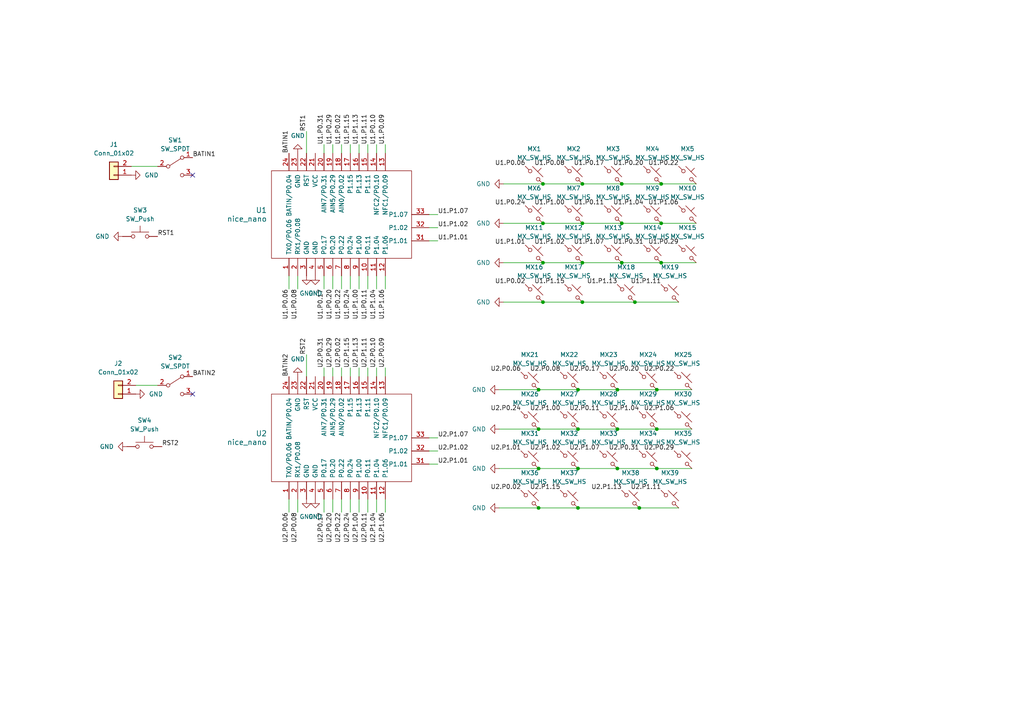
<source format=kicad_sch>
(kicad_sch (version 20230121) (generator eeschema)

  (uuid 5bcf0042-17aa-4151-9646-2ce5fdb6e30c)

  (paper "A4")

  (lib_symbols
    (symbol "Connector_Generic:Conn_01x02" (pin_names (offset 1.016) hide) (in_bom yes) (on_board yes)
      (property "Reference" "J" (at 0 2.54 0)
        (effects (font (size 1.27 1.27)))
      )
      (property "Value" "Conn_01x02" (at 0 -5.08 0)
        (effects (font (size 1.27 1.27)))
      )
      (property "Footprint" "" (at 0 0 0)
        (effects (font (size 1.27 1.27)) hide)
      )
      (property "Datasheet" "~" (at 0 0 0)
        (effects (font (size 1.27 1.27)) hide)
      )
      (property "ki_keywords" "connector" (at 0 0 0)
        (effects (font (size 1.27 1.27)) hide)
      )
      (property "ki_description" "Generic connector, single row, 01x02, script generated (kicad-library-utils/schlib/autogen/connector/)" (at 0 0 0)
        (effects (font (size 1.27 1.27)) hide)
      )
      (property "ki_fp_filters" "Connector*:*_1x??_*" (at 0 0 0)
        (effects (font (size 1.27 1.27)) hide)
      )
      (symbol "Conn_01x02_1_1"
        (rectangle (start -1.27 -2.413) (end 0 -2.667)
          (stroke (width 0.1524) (type default))
          (fill (type none))
        )
        (rectangle (start -1.27 0.127) (end 0 -0.127)
          (stroke (width 0.1524) (type default))
          (fill (type none))
        )
        (rectangle (start -1.27 1.27) (end 1.27 -3.81)
          (stroke (width 0.254) (type default))
          (fill (type background))
        )
        (pin passive line (at -5.08 0 0) (length 3.81)
          (name "Pin_1" (effects (font (size 1.27 1.27))))
          (number "1" (effects (font (size 1.27 1.27))))
        )
        (pin passive line (at -5.08 -2.54 0) (length 3.81)
          (name "Pin_2" (effects (font (size 1.27 1.27))))
          (number "2" (effects (font (size 1.27 1.27))))
        )
      )
    )
    (symbol "Switch:SW_Push" (pin_numbers hide) (pin_names (offset 1.016) hide) (in_bom yes) (on_board yes)
      (property "Reference" "SW" (at 1.27 2.54 0)
        (effects (font (size 1.27 1.27)) (justify left))
      )
      (property "Value" "SW_Push" (at 0 -1.524 0)
        (effects (font (size 1.27 1.27)))
      )
      (property "Footprint" "" (at 0 5.08 0)
        (effects (font (size 1.27 1.27)) hide)
      )
      (property "Datasheet" "~" (at 0 5.08 0)
        (effects (font (size 1.27 1.27)) hide)
      )
      (property "ki_keywords" "switch normally-open pushbutton push-button" (at 0 0 0)
        (effects (font (size 1.27 1.27)) hide)
      )
      (property "ki_description" "Push button switch, generic, two pins" (at 0 0 0)
        (effects (font (size 1.27 1.27)) hide)
      )
      (symbol "SW_Push_0_1"
        (circle (center -2.032 0) (radius 0.508)
          (stroke (width 0) (type default))
          (fill (type none))
        )
        (polyline
          (pts
            (xy 0 1.27)
            (xy 0 3.048)
          )
          (stroke (width 0) (type default))
          (fill (type none))
        )
        (polyline
          (pts
            (xy 2.54 1.27)
            (xy -2.54 1.27)
          )
          (stroke (width 0) (type default))
          (fill (type none))
        )
        (circle (center 2.032 0) (radius 0.508)
          (stroke (width 0) (type default))
          (fill (type none))
        )
        (pin passive line (at -5.08 0 0) (length 2.54)
          (name "1" (effects (font (size 1.27 1.27))))
          (number "1" (effects (font (size 1.27 1.27))))
        )
        (pin passive line (at 5.08 0 180) (length 2.54)
          (name "2" (effects (font (size 1.27 1.27))))
          (number "2" (effects (font (size 1.27 1.27))))
        )
      )
    )
    (symbol "Switch:SW_SPDT" (pin_names (offset 0) hide) (in_bom yes) (on_board yes)
      (property "Reference" "SW" (at 0 4.318 0)
        (effects (font (size 1.27 1.27)))
      )
      (property "Value" "SW_SPDT" (at 0 -5.08 0)
        (effects (font (size 1.27 1.27)))
      )
      (property "Footprint" "" (at 0 0 0)
        (effects (font (size 1.27 1.27)) hide)
      )
      (property "Datasheet" "~" (at 0 0 0)
        (effects (font (size 1.27 1.27)) hide)
      )
      (property "ki_keywords" "switch single-pole double-throw spdt ON-ON" (at 0 0 0)
        (effects (font (size 1.27 1.27)) hide)
      )
      (property "ki_description" "Switch, single pole double throw" (at 0 0 0)
        (effects (font (size 1.27 1.27)) hide)
      )
      (symbol "SW_SPDT_0_0"
        (circle (center -2.032 0) (radius 0.508)
          (stroke (width 0) (type default))
          (fill (type none))
        )
        (circle (center 2.032 -2.54) (radius 0.508)
          (stroke (width 0) (type default))
          (fill (type none))
        )
      )
      (symbol "SW_SPDT_0_1"
        (polyline
          (pts
            (xy -1.524 0.254)
            (xy 1.651 2.286)
          )
          (stroke (width 0) (type default))
          (fill (type none))
        )
        (circle (center 2.032 2.54) (radius 0.508)
          (stroke (width 0) (type default))
          (fill (type none))
        )
      )
      (symbol "SW_SPDT_1_1"
        (pin passive line (at 5.08 2.54 180) (length 2.54)
          (name "A" (effects (font (size 1.27 1.27))))
          (number "1" (effects (font (size 1.27 1.27))))
        )
        (pin passive line (at -5.08 0 0) (length 2.54)
          (name "B" (effects (font (size 1.27 1.27))))
          (number "2" (effects (font (size 1.27 1.27))))
        )
        (pin passive line (at 5.08 -2.54 180) (length 2.54)
          (name "C" (effects (font (size 1.27 1.27))))
          (number "3" (effects (font (size 1.27 1.27))))
        )
      )
    )
    (symbol "marbastlib-mx:MX_SW_HS" (pin_numbers hide) (pin_names (offset 1.016) hide) (in_bom yes) (on_board yes)
      (property "Reference" "MX" (at 3.048 1.016 0)
        (effects (font (size 1.27 1.27)) (justify left))
      )
      (property "Value" "MX_SW_HS" (at 0 -3.81 0)
        (effects (font (size 1.27 1.27)))
      )
      (property "Footprint" "PCM_marbastlib-mx:SW_MX_HS_1u" (at 0 0 0)
        (effects (font (size 1.27 1.27)) hide)
      )
      (property "Datasheet" "~" (at 0 0 0)
        (effects (font (size 1.27 1.27)) hide)
      )
      (property "ki_keywords" "switch normally-open pushbutton push-button" (at 0 0 0)
        (effects (font (size 1.27 1.27)) hide)
      )
      (property "ki_description" "Push button switch, normally open, two pins, 45° tilted" (at 0 0 0)
        (effects (font (size 1.27 1.27)) hide)
      )
      (symbol "MX_SW_HS_0_1"
        (circle (center -1.1684 1.1684) (radius 0.508)
          (stroke (width 0) (type default))
          (fill (type none))
        )
        (polyline
          (pts
            (xy -0.508 2.54)
            (xy 2.54 -0.508)
          )
          (stroke (width 0) (type default))
          (fill (type none))
        )
        (polyline
          (pts
            (xy 1.016 1.016)
            (xy 2.032 2.032)
          )
          (stroke (width 0) (type default))
          (fill (type none))
        )
        (polyline
          (pts
            (xy -2.54 2.54)
            (xy -1.524 1.524)
            (xy -1.524 1.524)
          )
          (stroke (width 0) (type default))
          (fill (type none))
        )
        (polyline
          (pts
            (xy 1.524 -1.524)
            (xy 2.54 -2.54)
            (xy 2.54 -2.54)
            (xy 2.54 -2.54)
          )
          (stroke (width 0) (type default))
          (fill (type none))
        )
        (circle (center 1.143 -1.1938) (radius 0.508)
          (stroke (width 0) (type default))
          (fill (type none))
        )
        (pin passive line (at -2.54 2.54 0) (length 0)
          (name "1" (effects (font (size 1.27 1.27))))
          (number "1" (effects (font (size 1.27 1.27))))
        )
        (pin passive line (at 2.54 -2.54 180) (length 0)
          (name "2" (effects (font (size 1.27 1.27))))
          (number "2" (effects (font (size 1.27 1.27))))
        )
      )
    )
    (symbol "nice_nano:nice_nano" (pin_names (offset 1.016)) (in_bom yes) (on_board yes)
      (property "Reference" "U" (at 0 0 0)
        (effects (font (size 1.524 1.524)))
      )
      (property "Value" "nice_nano" (at 0 2.54 0)
        (effects (font (size 1.524 1.524)))
      )
      (property "Footprint" "" (at 26.67 -63.5 90)
        (effects (font (size 1.524 1.524)) hide)
      )
      (property "Datasheet" "" (at 26.67 -63.5 90)
        (effects (font (size 1.524 1.524)) hide)
      )
      (symbol "nice_nano_0_1"
        (rectangle (start -12.7 -21.59) (end 12.7 19.05)
          (stroke (width 0) (type solid))
          (fill (type none))
        )
      )
      (symbol "nice_nano_1_1"
        (pin input line (at -17.78 13.97 0) (length 5.08)
          (name "TX0/P0.06" (effects (font (size 1.27 1.27))))
          (number "1" (effects (font (size 1.27 1.27))))
        )
        (pin input line (at -17.78 -8.89 0) (length 5.08)
          (name "P0.11" (effects (font (size 1.27 1.27))))
          (number "10" (effects (font (size 1.27 1.27))))
        )
        (pin input line (at -17.78 -11.43 0) (length 5.08)
          (name "P1.04" (effects (font (size 1.27 1.27))))
          (number "11" (effects (font (size 1.27 1.27))))
        )
        (pin input line (at -17.78 -13.97 0) (length 5.08)
          (name "P1.06" (effects (font (size 1.27 1.27))))
          (number "12" (effects (font (size 1.27 1.27))))
        )
        (pin input line (at 17.78 -13.97 180) (length 5.08)
          (name "NFC1/P0.09" (effects (font (size 1.27 1.27))))
          (number "13" (effects (font (size 1.27 1.27))))
        )
        (pin input line (at 17.78 -11.43 180) (length 5.08)
          (name "NFC2/P0.10" (effects (font (size 1.27 1.27))))
          (number "14" (effects (font (size 1.27 1.27))))
        )
        (pin input line (at 17.78 -8.89 180) (length 5.08)
          (name "P1.11" (effects (font (size 1.27 1.27))))
          (number "15" (effects (font (size 1.27 1.27))))
        )
        (pin input line (at 17.78 -6.35 180) (length 5.08)
          (name "P1.13" (effects (font (size 1.27 1.27))))
          (number "16" (effects (font (size 1.27 1.27))))
        )
        (pin input line (at 17.78 -3.81 180) (length 5.08)
          (name "P1.15" (effects (font (size 1.27 1.27))))
          (number "17" (effects (font (size 1.27 1.27))))
        )
        (pin input line (at 17.78 -1.27 180) (length 5.08)
          (name "AIN0/P0.02" (effects (font (size 1.27 1.27))))
          (number "18" (effects (font (size 1.27 1.27))))
        )
        (pin input line (at 17.78 1.27 180) (length 5.08)
          (name "AIN5/P0.29" (effects (font (size 1.27 1.27))))
          (number "19" (effects (font (size 1.27 1.27))))
        )
        (pin input line (at -17.78 11.43 0) (length 5.08)
          (name "RX1/P0.08" (effects (font (size 1.27 1.27))))
          (number "2" (effects (font (size 1.27 1.27))))
        )
        (pin input line (at 17.78 3.81 180) (length 5.08)
          (name "AIN7/P0.31" (effects (font (size 1.27 1.27))))
          (number "20" (effects (font (size 1.27 1.27))))
        )
        (pin input line (at 17.78 6.35 180) (length 5.08)
          (name "VCC" (effects (font (size 1.27 1.27))))
          (number "21" (effects (font (size 1.27 1.27))))
        )
        (pin input line (at 17.78 8.89 180) (length 5.08)
          (name "RST" (effects (font (size 1.27 1.27))))
          (number "22" (effects (font (size 1.27 1.27))))
        )
        (pin input line (at 17.78 11.43 180) (length 5.08)
          (name "GND" (effects (font (size 1.27 1.27))))
          (number "23" (effects (font (size 1.27 1.27))))
        )
        (pin input line (at 17.78 13.97 180) (length 5.08)
          (name "BATIN/P0.04" (effects (font (size 1.27 1.27))))
          (number "24" (effects (font (size 1.27 1.27))))
        )
        (pin input line (at -17.78 8.89 0) (length 5.08)
          (name "GND" (effects (font (size 1.27 1.27))))
          (number "3" (effects (font (size 1.27 1.27))))
        )
        (pin input line (at -7.62 -26.67 90) (length 5.08)
          (name "P1.01" (effects (font (size 1.27 1.27))))
          (number "31" (effects (font (size 1.27 1.27))))
        )
        (pin input line (at -3.81 -26.67 90) (length 5.08)
          (name "P1.02" (effects (font (size 1.27 1.27))))
          (number "32" (effects (font (size 1.27 1.27))))
        )
        (pin input line (at 0 -26.67 90) (length 5.08)
          (name "P1.07" (effects (font (size 1.27 1.27))))
          (number "33" (effects (font (size 1.27 1.27))))
        )
        (pin input line (at -17.78 6.35 0) (length 5.08)
          (name "GND" (effects (font (size 1.27 1.27))))
          (number "4" (effects (font (size 1.27 1.27))))
        )
        (pin input line (at -17.78 3.81 0) (length 5.08)
          (name "P0.17" (effects (font (size 1.27 1.27))))
          (number "5" (effects (font (size 1.27 1.27))))
        )
        (pin input line (at -17.78 1.27 0) (length 5.08)
          (name "P0.20" (effects (font (size 1.27 1.27))))
          (number "6" (effects (font (size 1.27 1.27))))
        )
        (pin input line (at -17.78 -1.27 0) (length 5.08)
          (name "P0.22" (effects (font (size 1.27 1.27))))
          (number "7" (effects (font (size 1.27 1.27))))
        )
        (pin input line (at -17.78 -3.81 0) (length 5.08)
          (name "P0.24" (effects (font (size 1.27 1.27))))
          (number "8" (effects (font (size 1.27 1.27))))
        )
        (pin input line (at -17.78 -6.35 0) (length 5.08)
          (name "P1.00" (effects (font (size 1.27 1.27))))
          (number "9" (effects (font (size 1.27 1.27))))
        )
      )
    )
    (symbol "power:GND" (power) (pin_names (offset 0)) (in_bom yes) (on_board yes)
      (property "Reference" "#PWR" (at 0 -6.35 0)
        (effects (font (size 1.27 1.27)) hide)
      )
      (property "Value" "GND" (at 0 -3.81 0)
        (effects (font (size 1.27 1.27)))
      )
      (property "Footprint" "" (at 0 0 0)
        (effects (font (size 1.27 1.27)) hide)
      )
      (property "Datasheet" "" (at 0 0 0)
        (effects (font (size 1.27 1.27)) hide)
      )
      (property "ki_keywords" "global power" (at 0 0 0)
        (effects (font (size 1.27 1.27)) hide)
      )
      (property "ki_description" "Power symbol creates a global label with name \"GND\" , ground" (at 0 0 0)
        (effects (font (size 1.27 1.27)) hide)
      )
      (symbol "GND_0_1"
        (polyline
          (pts
            (xy 0 0)
            (xy 0 -1.27)
            (xy 1.27 -1.27)
            (xy 0 -2.54)
            (xy -1.27 -1.27)
            (xy 0 -1.27)
          )
          (stroke (width 0) (type default))
          (fill (type none))
        )
      )
      (symbol "GND_1_1"
        (pin power_in line (at 0 0 270) (length 0) hide
          (name "GND" (effects (font (size 1.27 1.27))))
          (number "1" (effects (font (size 1.27 1.27))))
        )
      )
    )
  )

  (junction (at 191.77 53.34) (diameter 0) (color 0 0 0 0)
    (uuid 01fa4158-11b1-48b8-acfe-f454d6172f9f)
  )
  (junction (at 167.64 113.03) (diameter 0) (color 0 0 0 0)
    (uuid 1056a443-c93c-475d-8d2f-5d0e0ce8a4f8)
  )
  (junction (at 168.91 87.63) (diameter 0) (color 0 0 0 0)
    (uuid 11534e9e-2020-4beb-a405-b3538dd1e294)
  )
  (junction (at 156.21 113.03) (diameter 0) (color 0 0 0 0)
    (uuid 29058ce7-b72c-4d65-a067-9f6759c96509)
  )
  (junction (at 167.64 124.46) (diameter 0) (color 0 0 0 0)
    (uuid 38fc71a6-22e7-40e1-89cc-4496383ddcb4)
  )
  (junction (at 157.48 76.2) (diameter 0) (color 0 0 0 0)
    (uuid 39a422bb-c4e2-4ac4-b37b-0691982e5861)
  )
  (junction (at 180.34 53.34) (diameter 0) (color 0 0 0 0)
    (uuid 3d6ce65c-cf10-45f0-ba8d-f991a6059777)
  )
  (junction (at 191.77 64.77) (diameter 0) (color 0 0 0 0)
    (uuid 3fa281d3-d40b-4175-a927-466797afeb3c)
  )
  (junction (at 179.07 113.03) (diameter 0) (color 0 0 0 0)
    (uuid 4517876b-bb04-43a9-af67-f5ebbbc1ed5d)
  )
  (junction (at 156.21 135.89) (diameter 0) (color 0 0 0 0)
    (uuid 54933138-4bad-44be-ba68-b304dd2e2893)
  )
  (junction (at 156.21 147.32) (diameter 0) (color 0 0 0 0)
    (uuid 58641c33-eabf-4b44-b33f-32e3f1755e07)
  )
  (junction (at 168.91 64.77) (diameter 0) (color 0 0 0 0)
    (uuid 609b6964-3ec2-4386-a975-f38119882c52)
  )
  (junction (at 168.91 53.34) (diameter 0) (color 0 0 0 0)
    (uuid 76fb9237-182c-41ef-869e-b6489e69389b)
  )
  (junction (at 179.07 135.89) (diameter 0) (color 0 0 0 0)
    (uuid 81b765e9-5b0d-4934-8fa9-392495dacf1f)
  )
  (junction (at 179.07 124.46) (diameter 0) (color 0 0 0 0)
    (uuid 82571c88-74d3-46ca-a584-ea5879a53c09)
  )
  (junction (at 190.5 124.46) (diameter 0) (color 0 0 0 0)
    (uuid 90307ca5-04e2-4d0d-95f4-9bd1a52d6f7a)
  )
  (junction (at 167.64 147.32) (diameter 0) (color 0 0 0 0)
    (uuid 92f37ff0-1266-4cbb-b271-28bdd1cc64b3)
  )
  (junction (at 168.91 76.2) (diameter 0) (color 0 0 0 0)
    (uuid a9f99f6a-6830-4b15-b4a4-ebbc4b3ccdcd)
  )
  (junction (at 180.34 64.77) (diameter 0) (color 0 0 0 0)
    (uuid ad4c61f1-381f-4e23-b382-47d846c72508)
  )
  (junction (at 157.48 53.34) (diameter 0) (color 0 0 0 0)
    (uuid b311e09a-3dbb-4d31-85dd-9de983713e46)
  )
  (junction (at 157.48 87.63) (diameter 0) (color 0 0 0 0)
    (uuid b41100ac-c8d4-4d42-b652-976f90c63123)
  )
  (junction (at 157.48 64.77) (diameter 0) (color 0 0 0 0)
    (uuid c19c063e-9494-49e1-8ed1-6c4cd35cee01)
  )
  (junction (at 190.5 135.89) (diameter 0) (color 0 0 0 0)
    (uuid d05ecdff-9fbd-4d83-9fcb-f7325c52226e)
  )
  (junction (at 184.15 87.63) (diameter 0) (color 0 0 0 0)
    (uuid db03153f-b079-4850-b5a6-a311aad714ad)
  )
  (junction (at 167.64 135.89) (diameter 0) (color 0 0 0 0)
    (uuid e56a369a-1183-4d46-b537-1d53e360048e)
  )
  (junction (at 185.42 147.32) (diameter 0) (color 0 0 0 0)
    (uuid e77687f9-7038-43c4-9ced-e45ae40b3dcc)
  )
  (junction (at 180.34 76.2) (diameter 0) (color 0 0 0 0)
    (uuid ecfa4682-f79c-4e66-8157-4564b8033bf7)
  )
  (junction (at 191.77 76.2) (diameter 0) (color 0 0 0 0)
    (uuid eddfdf23-1f5e-4403-97ec-5bd95f39abb6)
  )
  (junction (at 156.21 124.46) (diameter 0) (color 0 0 0 0)
    (uuid f69063c8-23b0-4699-8217-1b581b097d9c)
  )
  (junction (at 190.5 113.03) (diameter 0) (color 0 0 0 0)
    (uuid fdcb3af6-86ec-4180-8bb9-d118d48aba5f)
  )

  (no_connect (at 55.88 114.3) (uuid 0cd5dfbd-5076-41ed-af1b-f0b380ac428a))
  (no_connect (at 55.88 50.8) (uuid 7a8a5017-5aa8-4f77-b367-4ac35d056c93))

  (wire (pts (xy 99.06 80.01) (xy 99.06 83.82))
    (stroke (width 0) (type default))
    (uuid 01d6ac61-c2ca-471b-9ae7-d96683d93362)
  )
  (wire (pts (xy 167.64 147.32) (xy 185.42 147.32))
    (stroke (width 0) (type default))
    (uuid 027c5705-b41e-46ff-b6e9-a2e04545be6d)
  )
  (wire (pts (xy 96.52 41.91) (xy 96.52 44.45))
    (stroke (width 0) (type default))
    (uuid 0553ad00-216e-422b-8fcc-5d9a8d315ae1)
  )
  (wire (pts (xy 167.64 113.03) (xy 179.07 113.03))
    (stroke (width 0) (type default))
    (uuid 0ae05b30-aba1-4dc5-ba74-f0a0ed675550)
  )
  (wire (pts (xy 104.14 144.78) (xy 104.14 148.59))
    (stroke (width 0) (type default))
    (uuid 0f77d50d-3d00-438e-a74f-1e269466e93d)
  )
  (wire (pts (xy 167.64 124.46) (xy 179.07 124.46))
    (stroke (width 0) (type default))
    (uuid 13f80a13-ed38-45ad-b92e-7f6aaebfb90e)
  )
  (wire (pts (xy 96.52 106.68) (xy 96.52 109.22))
    (stroke (width 0) (type default))
    (uuid 1d230ac9-27af-47f9-a7dc-6b1786f47654)
  )
  (wire (pts (xy 180.34 76.2) (xy 191.77 76.2))
    (stroke (width 0) (type default))
    (uuid 2a81e79b-809c-4b72-afb1-1393a1d35793)
  )
  (wire (pts (xy 109.22 106.68) (xy 109.22 109.22))
    (stroke (width 0) (type default))
    (uuid 2ab25e0c-4248-4f20-881c-694fcf678d57)
  )
  (wire (pts (xy 111.76 106.68) (xy 111.76 109.22))
    (stroke (width 0) (type default))
    (uuid 2b662cf6-50e2-42f1-99c4-cb124a538015)
  )
  (wire (pts (xy 124.46 130.81) (xy 127 130.81))
    (stroke (width 0) (type default))
    (uuid 2d0949ab-c317-4dc7-a57a-e1f36148d417)
  )
  (wire (pts (xy 96.52 144.78) (xy 96.52 148.59))
    (stroke (width 0) (type default))
    (uuid 2de074c2-2feb-4c21-9900-41efe759660b)
  )
  (wire (pts (xy 168.91 53.34) (xy 180.34 53.34))
    (stroke (width 0) (type default))
    (uuid 2e232244-0578-4088-8f7b-1ed8e9b564fd)
  )
  (wire (pts (xy 157.48 64.77) (xy 168.91 64.77))
    (stroke (width 0) (type default))
    (uuid 350e29df-4048-45b2-8ac1-f8a24bbfb432)
  )
  (wire (pts (xy 88.9 102.87) (xy 88.9 109.22))
    (stroke (width 0) (type default))
    (uuid 3896fe1f-dcf9-496a-bbf3-c74de47dc0bd)
  )
  (wire (pts (xy 190.5 124.46) (xy 200.66 124.46))
    (stroke (width 0) (type default))
    (uuid 3926c5ca-e499-4023-a053-f64251d2f4d6)
  )
  (wire (pts (xy 157.48 76.2) (xy 168.91 76.2))
    (stroke (width 0) (type default))
    (uuid 3b2dc4e2-5a47-4231-b267-c2e376aa937d)
  )
  (wire (pts (xy 111.76 80.01) (xy 111.76 83.82))
    (stroke (width 0) (type default))
    (uuid 42118504-300e-4a7a-bbda-b63cef6a0038)
  )
  (wire (pts (xy 124.46 134.62) (xy 127 134.62))
    (stroke (width 0) (type default))
    (uuid 43919fbe-af78-4074-8523-c1619c566f72)
  )
  (wire (pts (xy 96.52 80.01) (xy 96.52 83.82))
    (stroke (width 0) (type default))
    (uuid 4e2a6bae-7125-4514-ab4b-943733109e7c)
  )
  (wire (pts (xy 109.22 41.91) (xy 109.22 44.45))
    (stroke (width 0) (type default))
    (uuid 4f73c942-f57e-447d-b3ba-35c6b75ffd44)
  )
  (wire (pts (xy 109.22 144.78) (xy 109.22 148.59))
    (stroke (width 0) (type default))
    (uuid 5374b127-7b4d-4b1f-a0e7-bffaa1b610f9)
  )
  (wire (pts (xy 146.05 64.77) (xy 157.48 64.77))
    (stroke (width 0) (type default))
    (uuid 546b6a21-5b18-4731-a46c-d7d81fdaffdc)
  )
  (wire (pts (xy 101.6 144.78) (xy 101.6 148.59))
    (stroke (width 0) (type default))
    (uuid 54fd68bd-0c41-4dd4-995d-fde92f5a53ef)
  )
  (wire (pts (xy 185.42 147.32) (xy 196.85 147.32))
    (stroke (width 0) (type default))
    (uuid 55dfcc89-feff-4b9a-bb24-d31686b8b955)
  )
  (wire (pts (xy 86.36 80.01) (xy 86.36 83.82))
    (stroke (width 0) (type default))
    (uuid 56895fe7-2505-4aa8-bb41-c9ee928a4662)
  )
  (wire (pts (xy 191.77 53.34) (xy 201.93 53.34))
    (stroke (width 0) (type default))
    (uuid 5aae7b5c-3e83-4bbd-a3e0-7e9dde19720a)
  )
  (wire (pts (xy 83.82 80.01) (xy 83.82 83.82))
    (stroke (width 0) (type default))
    (uuid 5eb0b722-da57-4576-98c5-8eb26da07edb)
  )
  (wire (pts (xy 156.21 147.32) (xy 167.64 147.32))
    (stroke (width 0) (type default))
    (uuid 6425e47b-6fe7-49e0-851f-24e5adf49d39)
  )
  (wire (pts (xy 144.78 124.46) (xy 156.21 124.46))
    (stroke (width 0) (type default))
    (uuid 6462d2ff-0709-4b05-b351-95834551e7ad)
  )
  (wire (pts (xy 39.37 111.76) (xy 45.72 111.76))
    (stroke (width 0) (type default))
    (uuid 64b6318d-d9ce-4f2b-9598-c556fa3a7c3b)
  )
  (wire (pts (xy 99.06 144.78) (xy 99.06 148.59))
    (stroke (width 0) (type default))
    (uuid 66c55190-222f-4f09-9f4a-59d118f9fa0b)
  )
  (wire (pts (xy 99.06 41.91) (xy 99.06 44.45))
    (stroke (width 0) (type default))
    (uuid 677f17fa-644e-424b-b8bd-07ab8fa81062)
  )
  (wire (pts (xy 144.78 135.89) (xy 156.21 135.89))
    (stroke (width 0) (type default))
    (uuid 699445c4-fce5-42b7-9280-156f8e5341c7)
  )
  (wire (pts (xy 99.06 106.68) (xy 99.06 109.22))
    (stroke (width 0) (type default))
    (uuid 71154055-82a5-4836-aca7-0cf10850a354)
  )
  (wire (pts (xy 93.98 80.01) (xy 93.98 83.82))
    (stroke (width 0) (type default))
    (uuid 724727b3-4a8d-4119-bcfe-a1aa603033ca)
  )
  (wire (pts (xy 106.68 144.78) (xy 106.68 148.59))
    (stroke (width 0) (type default))
    (uuid 76b4036b-f98b-4da1-bfa9-87a99702e5d3)
  )
  (wire (pts (xy 179.07 124.46) (xy 190.5 124.46))
    (stroke (width 0) (type default))
    (uuid 7832638e-cf60-48a8-90e2-fd1d220d6f0f)
  )
  (wire (pts (xy 93.98 41.91) (xy 93.98 44.45))
    (stroke (width 0) (type default))
    (uuid 78f338fd-cc40-4f0a-b60f-9dbb2165be70)
  )
  (wire (pts (xy 106.68 41.91) (xy 106.68 44.45))
    (stroke (width 0) (type default))
    (uuid 7a3467f9-900b-41e5-b279-5d2d72fa9e2c)
  )
  (wire (pts (xy 104.14 80.01) (xy 104.14 83.82))
    (stroke (width 0) (type default))
    (uuid 7adeb198-d68e-4d35-ba8c-24f437b6cf3f)
  )
  (wire (pts (xy 83.82 144.78) (xy 83.82 148.59))
    (stroke (width 0) (type default))
    (uuid 7c657f07-171a-4283-974f-7721407ea7b1)
  )
  (wire (pts (xy 168.91 87.63) (xy 184.15 87.63))
    (stroke (width 0) (type default))
    (uuid 7d4ab00f-6c61-4158-9ede-3fd0b0f58a06)
  )
  (wire (pts (xy 144.78 113.03) (xy 156.21 113.03))
    (stroke (width 0) (type default))
    (uuid 7d5cb5fd-c85e-453f-878c-5b1154e596fe)
  )
  (wire (pts (xy 106.68 80.01) (xy 106.68 83.82))
    (stroke (width 0) (type default))
    (uuid 7d71dbee-4cb7-49ba-8a27-620c46c3f541)
  )
  (wire (pts (xy 184.15 87.63) (xy 196.85 87.63))
    (stroke (width 0) (type default))
    (uuid 7d724d10-9c41-44f3-a653-9f0001cd9b8f)
  )
  (wire (pts (xy 180.34 64.77) (xy 191.77 64.77))
    (stroke (width 0) (type default))
    (uuid 7fd13766-e084-439e-9e1c-aa4da57fbb31)
  )
  (wire (pts (xy 111.76 144.78) (xy 111.76 148.59))
    (stroke (width 0) (type default))
    (uuid 80a24889-f23f-446a-9d2c-8998ed2fe21a)
  )
  (wire (pts (xy 146.05 76.2) (xy 157.48 76.2))
    (stroke (width 0) (type default))
    (uuid 82685714-4de7-4495-8ccb-d312eaa2943c)
  )
  (wire (pts (xy 38.1 48.26) (xy 45.72 48.26))
    (stroke (width 0) (type default))
    (uuid 8b75b25b-6406-4e9c-ae78-9fd07392d943)
  )
  (wire (pts (xy 88.9 38.1) (xy 88.9 44.45))
    (stroke (width 0) (type default))
    (uuid 8bc67321-2180-4537-9483-2f289b00a11b)
  )
  (wire (pts (xy 157.48 53.34) (xy 168.91 53.34))
    (stroke (width 0) (type default))
    (uuid 91643791-19b5-4bee-a422-2bf5abf1cd41)
  )
  (wire (pts (xy 124.46 69.85) (xy 127 69.85))
    (stroke (width 0) (type default))
    (uuid 997f165e-00e8-4e21-9147-2cea21f90969)
  )
  (wire (pts (xy 156.21 135.89) (xy 167.64 135.89))
    (stroke (width 0) (type default))
    (uuid a14cd586-eafa-42fa-9f90-080aa40bdded)
  )
  (wire (pts (xy 179.07 135.89) (xy 190.5 135.89))
    (stroke (width 0) (type default))
    (uuid a657a1af-8ef2-4d26-802c-c653e6a71595)
  )
  (wire (pts (xy 124.46 66.04) (xy 127 66.04))
    (stroke (width 0) (type default))
    (uuid af36555d-a4e1-4e6f-b74b-92e4d65e733f)
  )
  (wire (pts (xy 93.98 106.68) (xy 93.98 109.22))
    (stroke (width 0) (type default))
    (uuid b0a47621-7da8-416f-baa5-16131b5de61b)
  )
  (wire (pts (xy 109.22 80.01) (xy 109.22 83.82))
    (stroke (width 0) (type default))
    (uuid b1c09ea6-964a-4fb2-bd3a-37d7be50d43c)
  )
  (wire (pts (xy 191.77 64.77) (xy 201.93 64.77))
    (stroke (width 0) (type default))
    (uuid bdbf5602-6433-417a-a685-17575d689ba4)
  )
  (wire (pts (xy 168.91 64.77) (xy 180.34 64.77))
    (stroke (width 0) (type default))
    (uuid bed3efe7-7ad9-45ab-9b7f-26355160adc8)
  )
  (wire (pts (xy 190.5 135.89) (xy 200.66 135.89))
    (stroke (width 0) (type default))
    (uuid c20b8fde-79a6-4ffc-a003-029077805bb5)
  )
  (wire (pts (xy 104.14 106.68) (xy 104.14 109.22))
    (stroke (width 0) (type default))
    (uuid c24a9e15-4dc6-4438-b05c-1348c9b3f438)
  )
  (wire (pts (xy 157.48 87.63) (xy 168.91 87.63))
    (stroke (width 0) (type default))
    (uuid c4a5b28e-143e-4932-92b9-7c2c3d7cfd10)
  )
  (wire (pts (xy 124.46 62.23) (xy 127 62.23))
    (stroke (width 0) (type default))
    (uuid c8d8a240-7ab6-46a6-ad6e-e48379679072)
  )
  (wire (pts (xy 179.07 113.03) (xy 190.5 113.03))
    (stroke (width 0) (type default))
    (uuid c93b15a5-b306-4c1e-9fab-813624b9a26b)
  )
  (wire (pts (xy 190.5 113.03) (xy 200.66 113.03))
    (stroke (width 0) (type default))
    (uuid cab007d0-d5bc-46f5-8642-f9c720c6f492)
  )
  (wire (pts (xy 191.77 76.2) (xy 201.93 76.2))
    (stroke (width 0) (type default))
    (uuid cd9842ad-5cdf-4f23-b112-7e30304e5451)
  )
  (wire (pts (xy 146.05 53.34) (xy 157.48 53.34))
    (stroke (width 0) (type default))
    (uuid cfde6510-a0e5-4b82-bd52-e6153fab7488)
  )
  (wire (pts (xy 144.78 147.32) (xy 156.21 147.32))
    (stroke (width 0) (type default))
    (uuid d2bfa620-aeaf-4bd7-9430-7e5cd9009d93)
  )
  (wire (pts (xy 106.68 106.68) (xy 106.68 109.22))
    (stroke (width 0) (type default))
    (uuid d2c13bdb-e74c-4312-a7e8-df8ecb2e9ab4)
  )
  (wire (pts (xy 180.34 53.34) (xy 191.77 53.34))
    (stroke (width 0) (type default))
    (uuid d45d3574-73c8-4065-8230-5f05c00b4ca0)
  )
  (wire (pts (xy 124.46 127) (xy 127 127))
    (stroke (width 0) (type default))
    (uuid d484d39d-82c3-40f3-97ca-179b15fe6c42)
  )
  (wire (pts (xy 168.91 76.2) (xy 180.34 76.2))
    (stroke (width 0) (type default))
    (uuid d6308067-13fe-44a1-b602-d0d840ad8414)
  )
  (wire (pts (xy 167.64 135.89) (xy 179.07 135.89))
    (stroke (width 0) (type default))
    (uuid dffd3da2-dae8-4320-b7a7-7cd54c9e275b)
  )
  (wire (pts (xy 146.05 87.63) (xy 157.48 87.63))
    (stroke (width 0) (type default))
    (uuid e072ca21-29f6-4d3b-84db-5a2f6790c4d7)
  )
  (wire (pts (xy 104.14 41.91) (xy 104.14 44.45))
    (stroke (width 0) (type default))
    (uuid e674eb6f-9772-482c-877b-30d2237a47c8)
  )
  (wire (pts (xy 156.21 113.03) (xy 167.64 113.03))
    (stroke (width 0) (type default))
    (uuid e69c82ca-c0d9-4229-9da4-3822532d0a00)
  )
  (wire (pts (xy 101.6 80.01) (xy 101.6 83.82))
    (stroke (width 0) (type default))
    (uuid e7122e1d-7cf8-434d-a9a1-dda7015337d3)
  )
  (wire (pts (xy 111.76 41.91) (xy 111.76 44.45))
    (stroke (width 0) (type default))
    (uuid e7667a25-9352-45ca-9d30-07bc073f5f89)
  )
  (wire (pts (xy 101.6 106.68) (xy 101.6 109.22))
    (stroke (width 0) (type default))
    (uuid e94f4378-158d-4d20-b557-e45dc270e988)
  )
  (wire (pts (xy 86.36 144.78) (xy 86.36 148.59))
    (stroke (width 0) (type default))
    (uuid ef025c1a-0f1a-4ad4-b628-7041220483f5)
  )
  (wire (pts (xy 156.21 124.46) (xy 167.64 124.46))
    (stroke (width 0) (type default))
    (uuid f058e028-31f1-4e8e-b581-f0824620f360)
  )
  (wire (pts (xy 101.6 41.91) (xy 101.6 44.45))
    (stroke (width 0) (type default))
    (uuid f737ee7b-4c24-4e30-89c0-e293ec2ddd9d)
  )
  (wire (pts (xy 93.98 144.78) (xy 93.98 148.59))
    (stroke (width 0) (type default))
    (uuid f98104ff-9423-42b1-a932-022e50def61c)
  )

  (label "U1.P0.29" (at 196.85 71.12 180) (fields_autoplaced)
    (effects (font (size 1.27 1.27)) (justify right bottom))
    (uuid 08b8fc9a-4b5b-4342-9c53-7358145be8f2)
  )
  (label "U2.P0.11" (at 106.68 148.59 270) (fields_autoplaced)
    (effects (font (size 1.27 1.27)) (justify right bottom))
    (uuid 0a15966f-c5cd-4ca8-8a2f-53e0964684f5)
  )
  (label "U2.P1.00" (at 162.56 119.38 180) (fields_autoplaced)
    (effects (font (size 1.27 1.27)) (justify right bottom))
    (uuid 0ae6cc80-6134-4490-9b21-3753575adaf5)
  )
  (label "U1.P0.24" (at 152.4 59.69 180) (fields_autoplaced)
    (effects (font (size 1.27 1.27)) (justify right bottom))
    (uuid 0af68338-6e30-44da-bcd5-6e1a7bfd9bb9)
  )
  (label "U2.P1.15" (at 162.56 142.24 180) (fields_autoplaced)
    (effects (font (size 1.27 1.27)) (justify right bottom))
    (uuid 0b8aa772-36bf-489e-aa85-3257c410f05a)
  )
  (label "U1.P1.04" (at 186.69 59.69 180) (fields_autoplaced)
    (effects (font (size 1.27 1.27)) (justify right bottom))
    (uuid 0d7fc9ab-16f6-47c1-9d84-1466eaa23882)
  )
  (label "U1.P1.00" (at 163.83 59.69 180) (fields_autoplaced)
    (effects (font (size 1.27 1.27)) (justify right bottom))
    (uuid 10d9674b-f9d9-4588-8a71-2bb41506fe07)
  )
  (label "U2.P1.07" (at 127 127 0) (fields_autoplaced)
    (effects (font (size 1.27 1.27)) (justify left bottom))
    (uuid 1154b7d1-ae7a-4b1b-ab7d-72df8bb1b3ed)
  )
  (label "U1.P1.07" (at 175.26 71.12 180) (fields_autoplaced)
    (effects (font (size 1.27 1.27)) (justify right bottom))
    (uuid 1625d316-c803-476d-9a9b-bb05429c4ed0)
  )
  (label "U2.P0.09" (at 111.76 106.68 90) (fields_autoplaced)
    (effects (font (size 1.27 1.27)) (justify left bottom))
    (uuid 18184af0-5607-45d4-af9b-ad4b2ab22f6e)
  )
  (label "BATIN1" (at 83.82 44.45 90) (fields_autoplaced)
    (effects (font (size 1.27 1.27)) (justify left bottom))
    (uuid 18b34c3a-f529-459b-a554-498085984d62)
  )
  (label "U1.P0.02" (at 152.4 82.55 180) (fields_autoplaced)
    (effects (font (size 1.27 1.27)) (justify right bottom))
    (uuid 1cc1d1e0-0415-43a1-beeb-c6f38870675a)
  )
  (label "U1.P1.11" (at 191.77 82.55 180) (fields_autoplaced)
    (effects (font (size 1.27 1.27)) (justify right bottom))
    (uuid 1f779e97-83eb-44fb-9b41-398600d01d5a)
  )
  (label "U2.P0.29" (at 195.58 130.81 180) (fields_autoplaced)
    (effects (font (size 1.27 1.27)) (justify right bottom))
    (uuid 203df1ba-5dbd-4421-a8ad-1bf0a2418a8b)
  )
  (label "U1.P1.00" (at 104.14 83.82 270) (fields_autoplaced)
    (effects (font (size 1.27 1.27)) (justify right bottom))
    (uuid 27328995-86a7-4670-b560-e2bea2bf8146)
  )
  (label "U1.P0.06" (at 152.4 48.26 180) (fields_autoplaced)
    (effects (font (size 1.27 1.27)) (justify right bottom))
    (uuid 27397cac-b8e3-4c88-adf0-b2f1c7043959)
  )
  (label "U1.P0.06" (at 83.82 83.82 270) (fields_autoplaced)
    (effects (font (size 1.27 1.27)) (justify right bottom))
    (uuid 27ff745e-e63a-42dc-8d87-8ab9f4a2d78a)
  )
  (label "RST2" (at 88.9 102.87 90) (fields_autoplaced)
    (effects (font (size 1.27 1.27)) (justify left bottom))
    (uuid 298bc077-c812-4199-a893-bb4eb6d5382e)
  )
  (label "U1.P0.09" (at 111.76 41.91 90) (fields_autoplaced)
    (effects (font (size 1.27 1.27)) (justify left bottom))
    (uuid 2994a430-77ab-40e6-a5b2-5fbd84ee7099)
  )
  (label "U1.P0.11" (at 175.26 59.69 180) (fields_autoplaced)
    (effects (font (size 1.27 1.27)) (justify right bottom))
    (uuid 29fdf06f-26c7-4d2c-9fda-d4ad7bb421d0)
  )
  (label "U1.P0.20" (at 96.52 83.82 270) (fields_autoplaced)
    (effects (font (size 1.27 1.27)) (justify right bottom))
    (uuid 2e018b9d-ac65-4a69-b9b4-70e3eaef1072)
  )
  (label "U1.P1.13" (at 179.07 82.55 180) (fields_autoplaced)
    (effects (font (size 1.27 1.27)) (justify right bottom))
    (uuid 32c359f5-0db7-4a61-858f-e4a2dbc0486d)
  )
  (label "U2.P0.10" (at 109.22 106.68 90) (fields_autoplaced)
    (effects (font (size 1.27 1.27)) (justify left bottom))
    (uuid 347afa25-4e11-43b3-a436-8550d9db6f5f)
  )
  (label "U1.P0.31" (at 93.98 41.91 90) (fields_autoplaced)
    (effects (font (size 1.27 1.27)) (justify left bottom))
    (uuid 373b510f-5663-4ae0-903c-5fdfdc5ba699)
  )
  (label "U2.P1.13" (at 180.34 142.24 180) (fields_autoplaced)
    (effects (font (size 1.27 1.27)) (justify right bottom))
    (uuid 3b22200f-9c93-49c8-8c1b-1e54058d504b)
  )
  (label "U1.P1.15" (at 163.83 82.55 180) (fields_autoplaced)
    (effects (font (size 1.27 1.27)) (justify right bottom))
    (uuid 3e190f2d-4dfd-4589-b966-6ddbc041db93)
  )
  (label "U1.P1.02" (at 127 66.04 0) (fields_autoplaced)
    (effects (font (size 1.27 1.27)) (justify left bottom))
    (uuid 3f85bfca-6806-46ce-be42-961cfe5c62c9)
  )
  (label "U1.P0.31" (at 186.69 71.12 180) (fields_autoplaced)
    (effects (font (size 1.27 1.27)) (justify right bottom))
    (uuid 40a4a5a7-746c-4777-81a5-09bece16bdf6)
  )
  (label "U1.P1.13" (at 104.14 41.91 90) (fields_autoplaced)
    (effects (font (size 1.27 1.27)) (justify left bottom))
    (uuid 418f8ca8-10d4-4943-abec-4811a4bc4e7a)
  )
  (label "U1.P0.10" (at 109.22 41.91 90) (fields_autoplaced)
    (effects (font (size 1.27 1.27)) (justify left bottom))
    (uuid 42661538-7803-4302-befb-65377d37c213)
  )
  (label "U2.P0.29" (at 96.52 106.68 90) (fields_autoplaced)
    (effects (font (size 1.27 1.27)) (justify left bottom))
    (uuid 42b8b4ee-aae3-44fd-bd96-4b0eb6f7b60a)
  )
  (label "U2.P0.02" (at 99.06 106.68 90) (fields_autoplaced)
    (effects (font (size 1.27 1.27)) (justify left bottom))
    (uuid 42e2f107-ab92-496e-b6c5-f5fbe56bf378)
  )
  (label "U2.P0.20" (at 96.52 148.59 270) (fields_autoplaced)
    (effects (font (size 1.27 1.27)) (justify right bottom))
    (uuid 44393df6-30e2-4ddf-9009-c042228acc0c)
  )
  (label "U1.P1.06" (at 196.85 59.69 180) (fields_autoplaced)
    (effects (font (size 1.27 1.27)) (justify right bottom))
    (uuid 4acca8a4-50f3-4c75-b9f0-7c02fa51422c)
  )
  (label "U1.P1.02" (at 163.83 71.12 180) (fields_autoplaced)
    (effects (font (size 1.27 1.27)) (justify right bottom))
    (uuid 4add42b3-c93f-4064-817d-70fae2dc4d0d)
  )
  (label "U2.P1.01" (at 151.13 130.81 180) (fields_autoplaced)
    (effects (font (size 1.27 1.27)) (justify right bottom))
    (uuid 4baf065d-59b9-4a93-b005-54ac868324e9)
  )
  (label "U2.P0.06" (at 151.13 107.95 180) (fields_autoplaced)
    (effects (font (size 1.27 1.27)) (justify right bottom))
    (uuid 4e10fc1a-2712-43e3-9eea-cbc776da56e0)
  )
  (label "U1.P1.01" (at 127 69.85 0) (fields_autoplaced)
    (effects (font (size 1.27 1.27)) (justify left bottom))
    (uuid 4f6d9cb4-d7ab-430b-99de-e9697c1b64ab)
  )
  (label "U2.P0.08" (at 86.36 148.59 270) (fields_autoplaced)
    (effects (font (size 1.27 1.27)) (justify right bottom))
    (uuid 5014a187-b8c8-4d83-a93f-2d1ecfff6e07)
  )
  (label "U1.P0.17" (at 93.98 83.82 270) (fields_autoplaced)
    (effects (font (size 1.27 1.27)) (justify right bottom))
    (uuid 55e18fa6-dce0-40f7-991e-4ae46418462b)
  )
  (label "U1.P0.17" (at 175.26 48.26 180) (fields_autoplaced)
    (effects (font (size 1.27 1.27)) (justify right bottom))
    (uuid 628be6e6-de04-4132-8333-f578c18344f6)
  )
  (label "U1.P0.08" (at 163.83 48.26 180) (fields_autoplaced)
    (effects (font (size 1.27 1.27)) (justify right bottom))
    (uuid 668efd4d-e7ca-4cae-9885-9ba5797799a2)
  )
  (label "U1.P1.11" (at 106.68 41.91 90) (fields_autoplaced)
    (effects (font (size 1.27 1.27)) (justify left bottom))
    (uuid 67d986ed-67a3-419a-b4dd-dc18e8692db8)
  )
  (label "BATIN1" (at 55.88 45.72 0) (fields_autoplaced)
    (effects (font (size 1.27 1.27)) (justify left bottom))
    (uuid 77d6605e-4b51-40b2-bfb8-108c759f9fb5)
  )
  (label "U1.P0.20" (at 186.69 48.26 180) (fields_autoplaced)
    (effects (font (size 1.27 1.27)) (justify right bottom))
    (uuid 78fd74d6-f92d-46a4-9153-1251b541382a)
  )
  (label "U2.P0.17" (at 173.99 107.95 180) (fields_autoplaced)
    (effects (font (size 1.27 1.27)) (justify right bottom))
    (uuid 79d39dfe-735c-4acc-a5bd-3ae594d7bb6c)
  )
  (label "U2.P0.22" (at 195.58 107.95 180) (fields_autoplaced)
    (effects (font (size 1.27 1.27)) (justify right bottom))
    (uuid 7c5b757c-4e13-452d-9a13-45b6b56c0aa5)
  )
  (label "U2.P1.02" (at 127 130.81 0) (fields_autoplaced)
    (effects (font (size 1.27 1.27)) (justify left bottom))
    (uuid 7cdb1500-438f-4983-8b20-d56fe78beaad)
  )
  (label "RST1" (at 45.72 68.58 0) (fields_autoplaced)
    (effects (font (size 1.27 1.27)) (justify left bottom))
    (uuid 82ab315c-8f00-48d9-9ff0-1f52e1cbc6da)
  )
  (label "U2.P1.02" (at 162.56 130.81 180) (fields_autoplaced)
    (effects (font (size 1.27 1.27)) (justify right bottom))
    (uuid 851f9446-81f2-4cfa-877a-3aa278c58eb8)
  )
  (label "U1.P1.01" (at 152.4 71.12 180) (fields_autoplaced)
    (effects (font (size 1.27 1.27)) (justify right bottom))
    (uuid 85cc71e8-212f-4bf2-a256-75328496011e)
  )
  (label "BATIN2" (at 83.82 109.22 90) (fields_autoplaced)
    (effects (font (size 1.27 1.27)) (justify left bottom))
    (uuid 88a2d941-60ac-47d9-b140-587db65c1fe5)
  )
  (label "U2.P1.04" (at 109.22 148.59 270) (fields_autoplaced)
    (effects (font (size 1.27 1.27)) (justify right bottom))
    (uuid 89bac92c-8530-4fcd-8b83-37d07bdcfcbb)
  )
  (label "U2.P0.31" (at 93.98 106.68 90) (fields_autoplaced)
    (effects (font (size 1.27 1.27)) (justify left bottom))
    (uuid 89ccd328-c6a8-4139-b43e-dde69423b7ed)
  )
  (label "U2.P1.01" (at 127 134.62 0) (fields_autoplaced)
    (effects (font (size 1.27 1.27)) (justify left bottom))
    (uuid 89da9bdf-87c0-46b3-8afa-48bed0910c64)
  )
  (label "U2.P0.08" (at 162.56 107.95 180) (fields_autoplaced)
    (effects (font (size 1.27 1.27)) (justify right bottom))
    (uuid 8b00f4d7-bbdd-4a85-adae-0a3e5f4e7a7b)
  )
  (label "U1.P0.29" (at 96.52 41.91 90) (fields_autoplaced)
    (effects (font (size 1.27 1.27)) (justify left bottom))
    (uuid 90791937-2d90-4f1e-923c-f7253d67f57a)
  )
  (label "U1.P0.11" (at 106.68 83.82 270) (fields_autoplaced)
    (effects (font (size 1.27 1.27)) (justify right bottom))
    (uuid 919ae5d5-93d9-4977-bdaa-4f33bd0a4ce3)
  )
  (label "U2.P0.02" (at 151.13 142.24 180) (fields_autoplaced)
    (effects (font (size 1.27 1.27)) (justify right bottom))
    (uuid 9480c38b-608d-4c4b-bcdd-b88863bc7059)
  )
  (label "U1.P0.22" (at 99.06 83.82 270) (fields_autoplaced)
    (effects (font (size 1.27 1.27)) (justify right bottom))
    (uuid 952b876d-5a87-48a4-b564-10d389a0f4a8)
  )
  (label "U2.P0.24" (at 101.6 148.59 270) (fields_autoplaced)
    (effects (font (size 1.27 1.27)) (justify right bottom))
    (uuid 993339de-a8b4-4d1f-a129-2b56c2f4adc4)
  )
  (label "U2.P1.07" (at 173.99 130.81 180) (fields_autoplaced)
    (effects (font (size 1.27 1.27)) (justify right bottom))
    (uuid 9af6f940-deef-42a9-a2aa-7203a1cec86b)
  )
  (label "U1.P0.02" (at 99.06 41.91 90) (fields_autoplaced)
    (effects (font (size 1.27 1.27)) (justify left bottom))
    (uuid a2bf3641-5855-418b-a243-cd062fa7b6da)
  )
  (label "U2.P0.06" (at 83.82 148.59 270) (fields_autoplaced)
    (effects (font (size 1.27 1.27)) (justify right bottom))
    (uuid a3340d78-08b6-4284-9bf0-9dc3be107dd1)
  )
  (label "U2.P0.24" (at 151.13 119.38 180) (fields_autoplaced)
    (effects (font (size 1.27 1.27)) (justify right bottom))
    (uuid b3e28a21-a2fe-40ef-bdb0-e2d0b560af42)
  )
  (label "U1.P1.06" (at 111.76 83.82 270) (fields_autoplaced)
    (effects (font (size 1.27 1.27)) (justify right bottom))
    (uuid bd000d1f-42f8-4060-969d-f42e24d2bbb4)
  )
  (label "U1.P0.22" (at 196.85 48.26 180) (fields_autoplaced)
    (effects (font (size 1.27 1.27)) (justify right bottom))
    (uuid c5c8128d-63a5-4574-aa89-624d7a14b567)
  )
  (label "U2.P0.20" (at 185.42 107.95 180) (fields_autoplaced)
    (effects (font (size 1.27 1.27)) (justify right bottom))
    (uuid c655f454-294a-4b8a-89e2-3136ae53d058)
  )
  (label "U2.P0.31" (at 185.42 130.81 180) (fields_autoplaced)
    (effects (font (size 1.27 1.27)) (justify right bottom))
    (uuid c9711964-1bf1-4dcd-8e96-854b2b82b30e)
  )
  (label "U2.P1.00" (at 104.14 148.59 270) (fields_autoplaced)
    (effects (font (size 1.27 1.27)) (justify right bottom))
    (uuid cb861e7e-1804-4593-97b4-7b89896f1923)
  )
  (label "U2.P0.17" (at 93.98 148.59 270) (fields_autoplaced)
    (effects (font (size 1.27 1.27)) (justify right bottom))
    (uuid ce481ff5-dbd2-4b4d-a470-eeafb94302a8)
  )
  (label "U1.P1.15" (at 101.6 41.91 90) (fields_autoplaced)
    (effects (font (size 1.27 1.27)) (justify left bottom))
    (uuid ceed1740-8247-4f2f-a182-2248c2a3c8b5)
  )
  (label "U1.P1.04" (at 109.22 83.82 270) (fields_autoplaced)
    (effects (font (size 1.27 1.27)) (justify right bottom))
    (uuid d42df663-2319-486f-aabc-ba17fe292f70)
  )
  (label "RST2" (at 46.99 129.54 0) (fields_autoplaced)
    (effects (font (size 1.27 1.27)) (justify left bottom))
    (uuid d9af30c7-976d-47d3-9505-fdbba99bfe5b)
  )
  (label "U2.P1.11" (at 106.68 106.68 90) (fields_autoplaced)
    (effects (font (size 1.27 1.27)) (justify left bottom))
    (uuid e0dfcb58-48fb-4735-8cae-7f265e6814cf)
  )
  (label "U2.P1.06" (at 195.58 119.38 180) (fields_autoplaced)
    (effects (font (size 1.27 1.27)) (justify right bottom))
    (uuid e220ab4b-3e05-4b5b-bac5-d5926ffce7c3)
  )
  (label "U1.P0.08" (at 86.36 83.82 270) (fields_autoplaced)
    (effects (font (size 1.27 1.27)) (justify right bottom))
    (uuid e593b0d9-dff3-401c-be95-97d8f9dfbc4d)
  )
  (label "U2.P0.22" (at 99.06 148.59 270) (fields_autoplaced)
    (effects (font (size 1.27 1.27)) (justify right bottom))
    (uuid e5bf67d0-f0f1-4d0c-b9d5-837a322867a2)
  )
  (label "U2.P1.06" (at 111.76 148.59 270) (fields_autoplaced)
    (effects (font (size 1.27 1.27)) (justify right bottom))
    (uuid e8712fdb-2f68-4931-9f17-cb4700eeb864)
  )
  (label "U2.P1.13" (at 104.14 106.68 90) (fields_autoplaced)
    (effects (font (size 1.27 1.27)) (justify left bottom))
    (uuid e950cf62-ca94-41ad-a786-a5a20dba4fd2)
  )
  (label "U2.P1.04" (at 185.42 119.38 180) (fields_autoplaced)
    (effects (font (size 1.27 1.27)) (justify right bottom))
    (uuid ef0407e7-1ad9-40e5-a40e-9f0dbe811028)
  )
  (label "U2.P0.11" (at 173.99 119.38 180) (fields_autoplaced)
    (effects (font (size 1.27 1.27)) (justify right bottom))
    (uuid ef64b1a6-7dce-4f66-8e82-a13d81891dd8)
  )
  (label "RST1" (at 88.9 38.1 90) (fields_autoplaced)
    (effects (font (size 1.27 1.27)) (justify left bottom))
    (uuid f12330e1-0190-4e28-97da-64f9c94e2227)
  )
  (label "U2.P1.15" (at 101.6 106.68 90) (fields_autoplaced)
    (effects (font (size 1.27 1.27)) (justify left bottom))
    (uuid f1d54d5a-8509-4388-bdbd-e63ada256f23)
  )
  (label "U2.P1.11" (at 191.77 142.24 180) (fields_autoplaced)
    (effects (font (size 1.27 1.27)) (justify right bottom))
    (uuid f25b1a4d-9fc7-4920-ba61-48f34b713725)
  )
  (label "BATIN2" (at 55.88 109.22 0) (fields_autoplaced)
    (effects (font (size 1.27 1.27)) (justify left bottom))
    (uuid f3f1a7e5-844a-4bd9-89ec-3a50ae15139b)
  )
  (label "U1.P1.07" (at 127 62.23 0) (fields_autoplaced)
    (effects (font (size 1.27 1.27)) (justify left bottom))
    (uuid f3ff4879-9847-48f0-b7ae-ee06eb3d4be4)
  )
  (label "U1.P0.24" (at 101.6 83.82 270) (fields_autoplaced)
    (effects (font (size 1.27 1.27)) (justify right bottom))
    (uuid f6bc7547-6f1a-4400-9591-e17169ae807b)
  )

  (symbol (lib_id "nice_nano:nice_nano") (at 97.79 62.23 90) (unit 1)
    (in_bom yes) (on_board yes) (dnp no) (fields_autoplaced)
    (uuid 07c8da81-e8d4-480f-beb2-aa517aa76a70)
    (property "Reference" "U1" (at 77.47 60.96 90)
      (effects (font (size 1.524 1.524)) (justify left))
    )
    (property "Value" "nice_nano" (at 77.47 63.5 90)
      (effects (font (size 1.524 1.524)) (justify left))
    )
    (property "Footprint" "nice-nano-kicad-master:nice_nano" (at 161.29 35.56 90)
      (effects (font (size 1.524 1.524)) hide)
    )
    (property "Datasheet" "" (at 161.29 35.56 90)
      (effects (font (size 1.524 1.524)) hide)
    )
    (pin "1" (uuid 3517eaff-4d42-402b-8ea5-0c27c9728a4e))
    (pin "10" (uuid 56bf2c72-6a1b-4aad-8e18-578fd1287a6f))
    (pin "11" (uuid 0202d56a-367e-4fc6-8aaa-1816d7424043))
    (pin "12" (uuid 75f0ce96-743d-433d-97d8-33bbe92ba80c))
    (pin "13" (uuid d6360fb3-2833-48fb-8f39-5c6c15428cbc))
    (pin "14" (uuid aacb679c-ee89-4674-bb10-e8504c44067b))
    (pin "15" (uuid 142bc7d0-b08c-4cf5-89f4-7a80eeade8b2))
    (pin "16" (uuid c4d4ebbe-eed2-4b8c-bc61-c002cc6b708f))
    (pin "17" (uuid 39d537ef-9a00-48c3-bc27-47d9659bb48f))
    (pin "18" (uuid 92c9715c-4b2a-448f-b17b-29960e7f0640))
    (pin "19" (uuid a39052e3-0306-403c-9b45-e622ef5b1242))
    (pin "2" (uuid 8912bdf2-6c2c-4758-9898-6cf9650b7d6c))
    (pin "20" (uuid 31a823c5-2122-42b2-aa30-1a5110d8abe6))
    (pin "21" (uuid 3adbb0b7-9fe7-4a85-9932-f690d3994a42))
    (pin "22" (uuid 2fe47b50-e0ff-4cdf-8e03-75981d92ca3f))
    (pin "23" (uuid 0d6cbb15-eb3a-44fd-b33c-0824522b92a0))
    (pin "24" (uuid 2a0fb853-6326-4832-b5c3-dc728a7e3a44))
    (pin "3" (uuid 892d1ff1-d6c9-4854-9dcc-55f10ed43ddb))
    (pin "31" (uuid a07f85ce-a9ec-4584-9a95-456799c38f81))
    (pin "32" (uuid cedc50b6-60bc-45ef-8d89-4ed49635cd73))
    (pin "33" (uuid fd34d717-f087-4a48-85db-8048db160fb4))
    (pin "4" (uuid e624b688-9fb2-4dc5-b43f-ae3c811ce4d9))
    (pin "5" (uuid 4d915c3b-19b8-4447-8cd1-fe5f783a33bf))
    (pin "6" (uuid 96afaa3e-beff-43a8-9c8c-90586a49cec9))
    (pin "7" (uuid 484cf794-5b23-4352-ab55-99d44898264f))
    (pin "8" (uuid 080f35be-0a65-4262-8f56-a3e748619ceb))
    (pin "9" (uuid 60e6c7ae-f3b1-4ce3-a9cf-a42357c62ce8))
    (instances
      (project "split38"
        (path "/5bcf0042-17aa-4151-9646-2ce5fdb6e30c"
          (reference "U1") (unit 1)
        )
      )
    )
  )

  (symbol (lib_id "marbastlib-mx:MX_SW_HS") (at 153.67 121.92 0) (unit 1)
    (in_bom yes) (on_board yes) (dnp no) (fields_autoplaced)
    (uuid 11dbb68a-cc78-4258-be6d-efdd00de0fdb)
    (property "Reference" "MX26" (at 153.67 114.3 0)
      (effects (font (size 1.27 1.27)))
    )
    (property "Value" "MX_SW_HS" (at 153.67 116.84 0)
      (effects (font (size 1.27 1.27)))
    )
    (property "Footprint" "marbastlib-mx:SW_MX_HS_1u_ChocHS_v2" (at 153.67 121.92 0)
      (effects (font (size 1.27 1.27)) hide)
    )
    (property "Datasheet" "~" (at 153.67 121.92 0)
      (effects (font (size 1.27 1.27)) hide)
    )
    (pin "1" (uuid aabf4a04-27a0-4c92-8e81-f046de4ca28c))
    (pin "2" (uuid 31362036-4344-4cf8-92a1-414f3988efb5))
    (instances
      (project "split38"
        (path "/5bcf0042-17aa-4151-9646-2ce5fdb6e30c"
          (reference "MX26") (unit 1)
        )
      )
    )
  )

  (symbol (lib_id "marbastlib-mx:MX_SW_HS") (at 194.31 85.09 0) (unit 1)
    (in_bom yes) (on_board yes) (dnp no) (fields_autoplaced)
    (uuid 15debab1-d890-4b41-86f2-752514cb1aec)
    (property "Reference" "MX19" (at 194.31 77.47 0)
      (effects (font (size 1.27 1.27)))
    )
    (property "Value" "MX_SW_HS" (at 194.31 80.01 0)
      (effects (font (size 1.27 1.27)))
    )
    (property "Footprint" "marbastlib-mx:SW_MX_HS_1.5u_ChocHS_v2" (at 194.31 85.09 0)
      (effects (font (size 1.27 1.27)) hide)
    )
    (property "Datasheet" "~" (at 194.31 85.09 0)
      (effects (font (size 1.27 1.27)) hide)
    )
    (pin "1" (uuid e4ee24c6-6962-49cb-a645-c850dbed6808))
    (pin "2" (uuid 907f4529-b500-4450-93df-9c6237e14da6))
    (instances
      (project "split38"
        (path "/5bcf0042-17aa-4151-9646-2ce5fdb6e30c"
          (reference "MX19") (unit 1)
        )
      )
    )
  )

  (symbol (lib_id "marbastlib-mx:MX_SW_HS") (at 189.23 50.8 0) (unit 1)
    (in_bom yes) (on_board yes) (dnp no) (fields_autoplaced)
    (uuid 1b52411e-7c32-4206-9d0e-8b1099f1be86)
    (property "Reference" "MX4" (at 189.23 43.18 0)
      (effects (font (size 1.27 1.27)))
    )
    (property "Value" "MX_SW_HS" (at 189.23 45.72 0)
      (effects (font (size 1.27 1.27)))
    )
    (property "Footprint" "marbastlib-mx:SW_MX_HS_1u_ChocHS_v2" (at 189.23 50.8 0)
      (effects (font (size 1.27 1.27)) hide)
    )
    (property "Datasheet" "~" (at 189.23 50.8 0)
      (effects (font (size 1.27 1.27)) hide)
    )
    (pin "1" (uuid 59080394-2778-4761-a093-7c0ad2510a0d))
    (pin "2" (uuid 36a7f674-0d0f-4bba-80e2-ec0e0693d62e))
    (instances
      (project "split38"
        (path "/5bcf0042-17aa-4151-9646-2ce5fdb6e30c"
          (reference "MX4") (unit 1)
        )
      )
    )
  )

  (symbol (lib_id "power:GND") (at 146.05 64.77 270) (unit 1)
    (in_bom yes) (on_board yes) (dnp no) (fields_autoplaced)
    (uuid 1eb8c3f7-af38-4d33-85ee-7335bdf1582d)
    (property "Reference" "#PWR04" (at 139.7 64.77 0)
      (effects (font (size 1.27 1.27)) hide)
    )
    (property "Value" "GND" (at 142.24 64.77 90)
      (effects (font (size 1.27 1.27)) (justify right))
    )
    (property "Footprint" "" (at 146.05 64.77 0)
      (effects (font (size 1.27 1.27)) hide)
    )
    (property "Datasheet" "" (at 146.05 64.77 0)
      (effects (font (size 1.27 1.27)) hide)
    )
    (pin "1" (uuid 169cb6d9-6d06-44f9-9c68-a19a8330ff0c))
    (instances
      (project "split38"
        (path "/5bcf0042-17aa-4151-9646-2ce5fdb6e30c"
          (reference "#PWR04") (unit 1)
        )
      )
    )
  )

  (symbol (lib_id "power:GND") (at 146.05 76.2 270) (unit 1)
    (in_bom yes) (on_board yes) (dnp no) (fields_autoplaced)
    (uuid 1feded5e-1eb4-419a-af62-385843653327)
    (property "Reference" "#PWR05" (at 139.7 76.2 0)
      (effects (font (size 1.27 1.27)) hide)
    )
    (property "Value" "GND" (at 142.24 76.2 90)
      (effects (font (size 1.27 1.27)) (justify right))
    )
    (property "Footprint" "" (at 146.05 76.2 0)
      (effects (font (size 1.27 1.27)) hide)
    )
    (property "Datasheet" "" (at 146.05 76.2 0)
      (effects (font (size 1.27 1.27)) hide)
    )
    (pin "1" (uuid 053068d9-d838-41d0-b65a-049e474026b0))
    (instances
      (project "split38"
        (path "/5bcf0042-17aa-4151-9646-2ce5fdb6e30c"
          (reference "#PWR05") (unit 1)
        )
      )
    )
  )

  (symbol (lib_id "power:GND") (at 144.78 135.89 270) (unit 1)
    (in_bom yes) (on_board yes) (dnp no) (fields_autoplaced)
    (uuid 21ea74a4-de17-4a8b-82a4-e2be0a20b9c0)
    (property "Reference" "#PWR012" (at 138.43 135.89 0)
      (effects (font (size 1.27 1.27)) hide)
    )
    (property "Value" "GND" (at 140.97 135.89 90)
      (effects (font (size 1.27 1.27)) (justify right))
    )
    (property "Footprint" "" (at 144.78 135.89 0)
      (effects (font (size 1.27 1.27)) hide)
    )
    (property "Datasheet" "" (at 144.78 135.89 0)
      (effects (font (size 1.27 1.27)) hide)
    )
    (pin "1" (uuid bb1d7d15-3753-4bfb-8b66-6d9b6f8413f8))
    (instances
      (project "split38"
        (path "/5bcf0042-17aa-4151-9646-2ce5fdb6e30c"
          (reference "#PWR012") (unit 1)
        )
      )
    )
  )

  (symbol (lib_id "nice_nano:nice_nano") (at 97.79 127 90) (unit 1)
    (in_bom yes) (on_board yes) (dnp no) (fields_autoplaced)
    (uuid 29fd3db3-4da9-4699-b052-6c78192952fa)
    (property "Reference" "U2" (at 77.47 125.73 90)
      (effects (font (size 1.524 1.524)) (justify left))
    )
    (property "Value" "nice_nano" (at 77.47 128.27 90)
      (effects (font (size 1.524 1.524)) (justify left))
    )
    (property "Footprint" "nice-nano-kicad-master:nice_nano" (at 161.29 100.33 90)
      (effects (font (size 1.524 1.524)) hide)
    )
    (property "Datasheet" "" (at 161.29 100.33 90)
      (effects (font (size 1.524 1.524)) hide)
    )
    (pin "1" (uuid f81b5274-006c-4149-9cfb-a90e1332310b))
    (pin "10" (uuid 7981b23c-2e45-4e7b-b94b-4a428113df0b))
    (pin "11" (uuid a7771734-96bb-41e0-ad53-a0251bbf2115))
    (pin "12" (uuid 04936295-24b5-4255-b8b6-b865834e6890))
    (pin "13" (uuid 8ff24699-f4a7-4da9-bc51-2abdc1ae1cc8))
    (pin "14" (uuid bf7d632d-e4a6-4da2-be55-ad2e7260107a))
    (pin "15" (uuid a53e6739-bfa5-4c2d-a865-f9f568593179))
    (pin "16" (uuid 0b197961-3b6c-483c-a27e-95c55000c91d))
    (pin "17" (uuid c525a6f8-0e36-4d68-b52a-3f4e755e204a))
    (pin "18" (uuid 1b89c4a6-c456-4f88-9fa2-ad40f6c9ae2d))
    (pin "19" (uuid 53774953-0edb-4061-a006-1b763c5e18b2))
    (pin "2" (uuid 66b946e1-6c9c-4d40-b389-6a222faa3470))
    (pin "20" (uuid 5da6c4de-ad10-4352-af97-f17b6f9ccd08))
    (pin "21" (uuid 6357cfc6-09a7-4076-8538-dbd6cb47fd85))
    (pin "22" (uuid c6d049d5-cf5a-47ab-bcc4-245dbf9c4ddb))
    (pin "23" (uuid 593de488-6000-4d27-8362-9e5729049997))
    (pin "24" (uuid 6355adb9-f451-4158-ba4b-61e6b3840f0c))
    (pin "3" (uuid 0c1b149d-a27c-406e-9052-77d68e086509))
    (pin "31" (uuid c63d7979-fcca-4724-9916-1283486c9f5b))
    (pin "32" (uuid 6e5fae8b-f164-4ce7-aca4-f0105b017ad9))
    (pin "33" (uuid 5849c83d-1073-4117-a823-7972c3410324))
    (pin "4" (uuid c3afea07-1194-4d4a-ab84-a92150cbe037))
    (pin "5" (uuid 7dfd4c10-2025-4fe1-85d6-e5373f796ad4))
    (pin "6" (uuid 4fd28c59-6a36-4cdb-87b2-6792384463b8))
    (pin "7" (uuid 149d3012-2f13-462b-a285-acfdd2ce80ca))
    (pin "8" (uuid ea66e845-e55e-4c37-9619-4bba22ca039f))
    (pin "9" (uuid c40d1e08-3a04-45d7-b7dd-06faecb838b9))
    (instances
      (project "split38"
        (path "/5bcf0042-17aa-4151-9646-2ce5fdb6e30c"
          (reference "U2") (unit 1)
        )
      )
    )
  )

  (symbol (lib_id "power:GND") (at 86.36 109.22 180) (unit 1)
    (in_bom yes) (on_board yes) (dnp no) (fields_autoplaced)
    (uuid 321484b0-d191-41ab-9c7a-15cfd8aec2e0)
    (property "Reference" "#PWR03" (at 86.36 102.87 0)
      (effects (font (size 1.27 1.27)) hide)
    )
    (property "Value" "GND" (at 86.36 104.14 0)
      (effects (font (size 1.27 1.27)))
    )
    (property "Footprint" "" (at 86.36 109.22 0)
      (effects (font (size 1.27 1.27)) hide)
    )
    (property "Datasheet" "" (at 86.36 109.22 0)
      (effects (font (size 1.27 1.27)) hide)
    )
    (pin "1" (uuid 2da352d0-a8d5-42eb-9d6a-9ae1dbb68fcd))
    (instances
      (project "split38"
        (path "/5bcf0042-17aa-4151-9646-2ce5fdb6e30c"
          (reference "#PWR03") (unit 1)
        )
      )
    )
  )

  (symbol (lib_id "power:GND") (at 88.9 144.78 0) (unit 1)
    (in_bom yes) (on_board yes) (dnp no) (fields_autoplaced)
    (uuid 348e86e8-60c0-4861-a92b-89063b3e5b0a)
    (property "Reference" "#PWR08" (at 88.9 151.13 0)
      (effects (font (size 1.27 1.27)) hide)
    )
    (property "Value" "GND" (at 88.9 149.86 0)
      (effects (font (size 1.27 1.27)))
    )
    (property "Footprint" "" (at 88.9 144.78 0)
      (effects (font (size 1.27 1.27)) hide)
    )
    (property "Datasheet" "" (at 88.9 144.78 0)
      (effects (font (size 1.27 1.27)) hide)
    )
    (pin "1" (uuid 634a462c-348f-4d78-ae11-245797a02bb6))
    (instances
      (project "split38"
        (path "/5bcf0042-17aa-4151-9646-2ce5fdb6e30c"
          (reference "#PWR08") (unit 1)
        )
      )
    )
  )

  (symbol (lib_id "marbastlib-mx:MX_SW_HS") (at 154.94 85.09 0) (unit 1)
    (in_bom yes) (on_board yes) (dnp no) (fields_autoplaced)
    (uuid 3a688492-bfd6-4f6a-9820-ea40aae8ba91)
    (property "Reference" "MX16" (at 154.94 77.47 0)
      (effects (font (size 1.27 1.27)))
    )
    (property "Value" "MX_SW_HS" (at 154.94 80.01 0)
      (effects (font (size 1.27 1.27)))
    )
    (property "Footprint" "marbastlib-mx:SW_MX_HS_1u_ChocHS_v2" (at 154.94 85.09 0)
      (effects (font (size 1.27 1.27)) hide)
    )
    (property "Datasheet" "~" (at 154.94 85.09 0)
      (effects (font (size 1.27 1.27)) hide)
    )
    (pin "1" (uuid 98ba672d-addb-4a42-bcbf-0107d32d1b17))
    (pin "2" (uuid f9812ec7-cbb0-4a88-917a-81330f0d8563))
    (instances
      (project "split38"
        (path "/5bcf0042-17aa-4151-9646-2ce5fdb6e30c"
          (reference "MX16") (unit 1)
        )
      )
    )
  )

  (symbol (lib_id "Connector_Generic:Conn_01x02") (at 33.02 50.8 180) (unit 1)
    (in_bom yes) (on_board yes) (dnp no) (fields_autoplaced)
    (uuid 45844976-f157-49c1-ae2e-f7f5f8ae268e)
    (property "Reference" "J1" (at 33.02 41.91 0)
      (effects (font (size 1.27 1.27)))
    )
    (property "Value" "Conn_01x02" (at 33.02 44.45 0)
      (effects (font (size 1.27 1.27)))
    )
    (property "Footprint" "Connector_JST:JST_PH_S2B-PH-K_1x02_P2.00mm_Horizontal" (at 33.02 50.8 0)
      (effects (font (size 1.27 1.27)) hide)
    )
    (property "Datasheet" "~" (at 33.02 50.8 0)
      (effects (font (size 1.27 1.27)) hide)
    )
    (pin "1" (uuid 9cfea623-4a7c-45f5-bdd2-9973d7e5e10b))
    (pin "2" (uuid 1e27e0d7-f6ba-4a84-99f8-1927882e0829))
    (instances
      (project "split38"
        (path "/5bcf0042-17aa-4151-9646-2ce5fdb6e30c"
          (reference "J1") (unit 1)
        )
      )
    )
  )

  (symbol (lib_id "marbastlib-mx:MX_SW_HS") (at 154.94 50.8 0) (unit 1)
    (in_bom yes) (on_board yes) (dnp no) (fields_autoplaced)
    (uuid 48e53c12-a414-43f8-b812-9e25a43fcf3c)
    (property "Reference" "MX1" (at 154.94 43.18 0)
      (effects (font (size 1.27 1.27)))
    )
    (property "Value" "MX_SW_HS" (at 154.94 45.72 0)
      (effects (font (size 1.27 1.27)))
    )
    (property "Footprint" "marbastlib-mx:SW_MX_HS_1u_ChocHS_v2" (at 154.94 50.8 0)
      (effects (font (size 1.27 1.27)) hide)
    )
    (property "Datasheet" "~" (at 154.94 50.8 0)
      (effects (font (size 1.27 1.27)) hide)
    )
    (pin "1" (uuid 16275922-556f-4b5b-80f7-462510cd9574))
    (pin "2" (uuid 7379999d-e377-4119-9cf6-cdcf03705d5e))
    (instances
      (project "split38"
        (path "/5bcf0042-17aa-4151-9646-2ce5fdb6e30c"
          (reference "MX1") (unit 1)
        )
      )
    )
  )

  (symbol (lib_id "marbastlib-mx:MX_SW_HS") (at 166.37 85.09 0) (unit 1)
    (in_bom yes) (on_board yes) (dnp no) (fields_autoplaced)
    (uuid 4bc9f36a-0497-4c3d-9b8f-d000697f1c68)
    (property "Reference" "MX17" (at 166.37 77.47 0)
      (effects (font (size 1.27 1.27)))
    )
    (property "Value" "MX_SW_HS" (at 166.37 80.01 0)
      (effects (font (size 1.27 1.27)))
    )
    (property "Footprint" "marbastlib-mx:SW_MX_HS_1u_ChocHS_v2" (at 166.37 85.09 0)
      (effects (font (size 1.27 1.27)) hide)
    )
    (property "Datasheet" "~" (at 166.37 85.09 0)
      (effects (font (size 1.27 1.27)) hide)
    )
    (pin "1" (uuid 4bf08fc5-56af-434a-a0b4-c2e4db1b91aa))
    (pin "2" (uuid bcef4dcd-0a86-4768-bf13-4c0b5a34b063))
    (instances
      (project "split38"
        (path "/5bcf0042-17aa-4151-9646-2ce5fdb6e30c"
          (reference "MX17") (unit 1)
        )
      )
    )
  )

  (symbol (lib_id "marbastlib-mx:MX_SW_HS") (at 166.37 50.8 0) (unit 1)
    (in_bom yes) (on_board yes) (dnp no) (fields_autoplaced)
    (uuid 5537a0b4-8f1d-4f6e-ad98-cb830df59829)
    (property "Reference" "MX2" (at 166.37 43.18 0)
      (effects (font (size 1.27 1.27)))
    )
    (property "Value" "MX_SW_HS" (at 166.37 45.72 0)
      (effects (font (size 1.27 1.27)))
    )
    (property "Footprint" "marbastlib-mx:SW_MX_HS_1u_ChocHS_v2" (at 166.37 50.8 0)
      (effects (font (size 1.27 1.27)) hide)
    )
    (property "Datasheet" "~" (at 166.37 50.8 0)
      (effects (font (size 1.27 1.27)) hide)
    )
    (pin "1" (uuid c79dac9e-4f6b-4054-aeeb-72a003024b75))
    (pin "2" (uuid 7e57502e-9d39-4d4e-834f-3cf9920e55fb))
    (instances
      (project "split38"
        (path "/5bcf0042-17aa-4151-9646-2ce5fdb6e30c"
          (reference "MX2") (unit 1)
        )
      )
    )
  )

  (symbol (lib_id "marbastlib-mx:MX_SW_HS") (at 176.53 133.35 0) (unit 1)
    (in_bom yes) (on_board yes) (dnp no) (fields_autoplaced)
    (uuid 57184cfc-ca00-45e5-9636-e72900b0b1f5)
    (property "Reference" "MX33" (at 176.53 125.73 0)
      (effects (font (size 1.27 1.27)))
    )
    (property "Value" "MX_SW_HS" (at 176.53 128.27 0)
      (effects (font (size 1.27 1.27)))
    )
    (property "Footprint" "marbastlib-mx:SW_MX_HS_1u_ChocHS_v2" (at 176.53 133.35 0)
      (effects (font (size 1.27 1.27)) hide)
    )
    (property "Datasheet" "~" (at 176.53 133.35 0)
      (effects (font (size 1.27 1.27)) hide)
    )
    (pin "1" (uuid efd80988-5042-4c0c-ac26-337516c4f830))
    (pin "2" (uuid 83c52da0-4070-4ae8-ad19-d6c0ee0c7217))
    (instances
      (project "split38"
        (path "/5bcf0042-17aa-4151-9646-2ce5fdb6e30c"
          (reference "MX33") (unit 1)
        )
      )
    )
  )

  (symbol (lib_id "marbastlib-mx:MX_SW_HS") (at 153.67 133.35 0) (unit 1)
    (in_bom yes) (on_board yes) (dnp no) (fields_autoplaced)
    (uuid 5893df5d-a47e-47f5-9e26-cec96ac37ac6)
    (property "Reference" "MX31" (at 153.67 125.73 0)
      (effects (font (size 1.27 1.27)))
    )
    (property "Value" "MX_SW_HS" (at 153.67 128.27 0)
      (effects (font (size 1.27 1.27)))
    )
    (property "Footprint" "marbastlib-mx:SW_MX_HS_1u_ChocHS_v2" (at 153.67 133.35 0)
      (effects (font (size 1.27 1.27)) hide)
    )
    (property "Datasheet" "~" (at 153.67 133.35 0)
      (effects (font (size 1.27 1.27)) hide)
    )
    (pin "1" (uuid 5c70af22-096c-4171-9cdb-1400a87dc49a))
    (pin "2" (uuid 883812d7-94d4-438d-bf85-82f88e5fc035))
    (instances
      (project "split38"
        (path "/5bcf0042-17aa-4151-9646-2ce5fdb6e30c"
          (reference "MX31") (unit 1)
        )
      )
    )
  )

  (symbol (lib_id "marbastlib-mx:MX_SW_HS") (at 189.23 62.23 0) (unit 1)
    (in_bom yes) (on_board yes) (dnp no) (fields_autoplaced)
    (uuid 5e0c9883-13a4-49e1-a2b5-67190eabd283)
    (property "Reference" "MX9" (at 189.23 54.61 0)
      (effects (font (size 1.27 1.27)))
    )
    (property "Value" "MX_SW_HS" (at 189.23 57.15 0)
      (effects (font (size 1.27 1.27)))
    )
    (property "Footprint" "marbastlib-mx:SW_MX_HS_1u_ChocHS_v2" (at 189.23 62.23 0)
      (effects (font (size 1.27 1.27)) hide)
    )
    (property "Datasheet" "~" (at 189.23 62.23 0)
      (effects (font (size 1.27 1.27)) hide)
    )
    (pin "1" (uuid 9287882e-5f02-46eb-b397-523b13c0f88d))
    (pin "2" (uuid 3d7964cf-3973-4b86-95f3-0f2e33402f01))
    (instances
      (project "split38"
        (path "/5bcf0042-17aa-4151-9646-2ce5fdb6e30c"
          (reference "MX9") (unit 1)
        )
      )
    )
  )

  (symbol (lib_id "power:GND") (at 36.83 129.54 270) (unit 1)
    (in_bom yes) (on_board yes) (dnp no) (fields_autoplaced)
    (uuid 5ed7346e-92b4-465b-ac2a-e305e3f34937)
    (property "Reference" "#PWR017" (at 30.48 129.54 0)
      (effects (font (size 1.27 1.27)) hide)
    )
    (property "Value" "GND" (at 33.02 129.54 90)
      (effects (font (size 1.27 1.27)) (justify right))
    )
    (property "Footprint" "" (at 36.83 129.54 0)
      (effects (font (size 1.27 1.27)) hide)
    )
    (property "Datasheet" "" (at 36.83 129.54 0)
      (effects (font (size 1.27 1.27)) hide)
    )
    (pin "1" (uuid 021fb1d7-143a-4fe5-8b16-19ab192682af))
    (instances
      (project "split38"
        (path "/5bcf0042-17aa-4151-9646-2ce5fdb6e30c"
          (reference "#PWR017") (unit 1)
        )
      )
    )
  )

  (symbol (lib_id "marbastlib-mx:MX_SW_HS") (at 165.1 121.92 0) (unit 1)
    (in_bom yes) (on_board yes) (dnp no) (fields_autoplaced)
    (uuid 64cd95e9-bf5a-4eba-b941-5a74d6604021)
    (property "Reference" "MX27" (at 165.1 114.3 0)
      (effects (font (size 1.27 1.27)))
    )
    (property "Value" "MX_SW_HS" (at 165.1 116.84 0)
      (effects (font (size 1.27 1.27)))
    )
    (property "Footprint" "marbastlib-mx:SW_MX_HS_1u_ChocHS_v2" (at 165.1 121.92 0)
      (effects (font (size 1.27 1.27)) hide)
    )
    (property "Datasheet" "~" (at 165.1 121.92 0)
      (effects (font (size 1.27 1.27)) hide)
    )
    (pin "1" (uuid c4315695-52ba-4f36-84b2-b816b6c645e2))
    (pin "2" (uuid f1993832-a294-4386-8978-ac85c7ab956a))
    (instances
      (project "split38"
        (path "/5bcf0042-17aa-4151-9646-2ce5fdb6e30c"
          (reference "MX27") (unit 1)
        )
      )
    )
  )

  (symbol (lib_id "marbastlib-mx:MX_SW_HS") (at 154.94 73.66 0) (unit 1)
    (in_bom yes) (on_board yes) (dnp no) (fields_autoplaced)
    (uuid 6879dde7-f179-4fd1-9bd4-a5d5f2053805)
    (property "Reference" "MX11" (at 154.94 66.04 0)
      (effects (font (size 1.27 1.27)))
    )
    (property "Value" "MX_SW_HS" (at 154.94 68.58 0)
      (effects (font (size 1.27 1.27)))
    )
    (property "Footprint" "marbastlib-mx:SW_MX_HS_1u_ChocHS_v2" (at 154.94 73.66 0)
      (effects (font (size 1.27 1.27)) hide)
    )
    (property "Datasheet" "~" (at 154.94 73.66 0)
      (effects (font (size 1.27 1.27)) hide)
    )
    (pin "1" (uuid 8f5def84-a39e-4995-8f7e-aeba89e4895b))
    (pin "2" (uuid 3a4e176f-a4f8-4f5c-885d-2e22e067e161))
    (instances
      (project "split38"
        (path "/5bcf0042-17aa-4151-9646-2ce5fdb6e30c"
          (reference "MX11") (unit 1)
        )
      )
    )
  )

  (symbol (lib_id "Switch:SW_SPDT") (at 50.8 48.26 0) (unit 1)
    (in_bom yes) (on_board yes) (dnp no) (fields_autoplaced)
    (uuid 6e638525-6a5a-4424-994e-11d9c65911f9)
    (property "Reference" "SW1" (at 50.8 40.64 0)
      (effects (font (size 1.27 1.27)))
    )
    (property "Value" "SW_SPDT" (at 50.8 43.18 0)
      (effects (font (size 1.27 1.27)))
    )
    (property "Footprint" "Button_Switch_SMD:SW_SPDT_PCM12" (at 50.8 48.26 0)
      (effects (font (size 1.27 1.27)) hide)
    )
    (property "Datasheet" "~" (at 50.8 48.26 0)
      (effects (font (size 1.27 1.27)) hide)
    )
    (pin "1" (uuid cfe652ce-1808-4560-a809-c3703e3ff390))
    (pin "2" (uuid 42d4e3d9-b119-436c-80b9-41f77dd0192a))
    (pin "3" (uuid 521f6bd4-f662-40f6-8dc7-006a4a4db8d2))
    (instances
      (project "split38"
        (path "/5bcf0042-17aa-4151-9646-2ce5fdb6e30c"
          (reference "SW1") (unit 1)
        )
      )
    )
  )

  (symbol (lib_id "marbastlib-mx:MX_SW_HS") (at 165.1 144.78 0) (unit 1)
    (in_bom yes) (on_board yes) (dnp no) (fields_autoplaced)
    (uuid 6f90d928-9d09-4279-8324-bb5cc0fd850f)
    (property "Reference" "MX37" (at 165.1 137.16 0)
      (effects (font (size 1.27 1.27)))
    )
    (property "Value" "MX_SW_HS" (at 165.1 139.7 0)
      (effects (font (size 1.27 1.27)))
    )
    (property "Footprint" "marbastlib-mx:SW_MX_HS_1u_ChocHS_v2" (at 165.1 144.78 0)
      (effects (font (size 1.27 1.27)) hide)
    )
    (property "Datasheet" "~" (at 165.1 144.78 0)
      (effects (font (size 1.27 1.27)) hide)
    )
    (pin "1" (uuid fbcb4887-259e-4180-9c00-c0f7f527d952))
    (pin "2" (uuid 15ce262f-e71e-4616-aa99-86957ed45214))
    (instances
      (project "split38"
        (path "/5bcf0042-17aa-4151-9646-2ce5fdb6e30c"
          (reference "MX37") (unit 1)
        )
      )
    )
  )

  (symbol (lib_id "marbastlib-mx:MX_SW_HS") (at 177.8 73.66 0) (unit 1)
    (in_bom yes) (on_board yes) (dnp no) (fields_autoplaced)
    (uuid 72e4149b-b6fb-4ca2-b4e6-c7431caf4166)
    (property "Reference" "MX13" (at 177.8 66.04 0)
      (effects (font (size 1.27 1.27)))
    )
    (property "Value" "MX_SW_HS" (at 177.8 68.58 0)
      (effects (font (size 1.27 1.27)))
    )
    (property "Footprint" "marbastlib-mx:SW_MX_HS_1u_ChocHS_v2" (at 177.8 73.66 0)
      (effects (font (size 1.27 1.27)) hide)
    )
    (property "Datasheet" "~" (at 177.8 73.66 0)
      (effects (font (size 1.27 1.27)) hide)
    )
    (pin "1" (uuid 54a64f9b-6683-4baa-aad5-39d774c59881))
    (pin "2" (uuid ceccdf14-354e-4dd3-b8e4-7489df1ddf5b))
    (instances
      (project "split38"
        (path "/5bcf0042-17aa-4151-9646-2ce5fdb6e30c"
          (reference "MX13") (unit 1)
        )
      )
    )
  )

  (symbol (lib_id "marbastlib-mx:MX_SW_HS") (at 199.39 50.8 0) (unit 1)
    (in_bom yes) (on_board yes) (dnp no) (fields_autoplaced)
    (uuid 78f44000-90e5-4cac-90c7-5108df6b5238)
    (property "Reference" "MX5" (at 199.39 43.18 0)
      (effects (font (size 1.27 1.27)))
    )
    (property "Value" "MX_SW_HS" (at 199.39 45.72 0)
      (effects (font (size 1.27 1.27)))
    )
    (property "Footprint" "marbastlib-mx:SW_MX_HS_1u_ChocHS_v2" (at 199.39 50.8 0)
      (effects (font (size 1.27 1.27)) hide)
    )
    (property "Datasheet" "~" (at 199.39 50.8 0)
      (effects (font (size 1.27 1.27)) hide)
    )
    (pin "1" (uuid d2b3b33d-0d18-4f41-8fb8-9407b14128a3))
    (pin "2" (uuid d6951345-dd4f-4c32-b671-395a170be837))
    (instances
      (project "split38"
        (path "/5bcf0042-17aa-4151-9646-2ce5fdb6e30c"
          (reference "MX5") (unit 1)
        )
      )
    )
  )

  (symbol (lib_id "marbastlib-mx:MX_SW_HS") (at 198.12 110.49 0) (unit 1)
    (in_bom yes) (on_board yes) (dnp no) (fields_autoplaced)
    (uuid 7cfea4a0-1cee-4691-8861-8396a198005c)
    (property "Reference" "MX25" (at 198.12 102.87 0)
      (effects (font (size 1.27 1.27)))
    )
    (property "Value" "MX_SW_HS" (at 198.12 105.41 0)
      (effects (font (size 1.27 1.27)))
    )
    (property "Footprint" "marbastlib-mx:SW_MX_HS_1u_ChocHS_v2" (at 198.12 110.49 0)
      (effects (font (size 1.27 1.27)) hide)
    )
    (property "Datasheet" "~" (at 198.12 110.49 0)
      (effects (font (size 1.27 1.27)) hide)
    )
    (pin "1" (uuid b196b2ef-f584-414c-aa4c-d6e5f33c5fc9))
    (pin "2" (uuid 0a6628fb-bcaf-4b9f-835f-73d6cdd5341a))
    (instances
      (project "split38"
        (path "/5bcf0042-17aa-4151-9646-2ce5fdb6e30c"
          (reference "MX25") (unit 1)
        )
      )
    )
  )

  (symbol (lib_id "marbastlib-mx:MX_SW_HS") (at 165.1 110.49 0) (unit 1)
    (in_bom yes) (on_board yes) (dnp no)
    (uuid 80ca38fd-57b9-4391-8bac-81358977b1dc)
    (property "Reference" "MX22" (at 165.1 102.87 0)
      (effects (font (size 1.27 1.27)))
    )
    (property "Value" "MX_SW_HS" (at 165.1 105.41 0)
      (effects (font (size 1.27 1.27)))
    )
    (property "Footprint" "marbastlib-mx:SW_MX_HS_1u_ChocHS_v2" (at 165.1 110.49 0)
      (effects (font (size 1.27 1.27)) hide)
    )
    (property "Datasheet" "~" (at 165.1 110.49 0)
      (effects (font (size 1.27 1.27)) hide)
    )
    (pin "1" (uuid 0e9c8171-2548-4bea-8b91-f05026064aee))
    (pin "2" (uuid 6ac140e7-b875-4609-9bd5-084c0dfaf1d4))
    (instances
      (project "split38"
        (path "/5bcf0042-17aa-4151-9646-2ce5fdb6e30c"
          (reference "MX22") (unit 1)
        )
      )
    )
  )

  (symbol (lib_id "marbastlib-mx:MX_SW_HS") (at 187.96 133.35 0) (unit 1)
    (in_bom yes) (on_board yes) (dnp no) (fields_autoplaced)
    (uuid 81af648c-7b5b-4cc8-b290-15bb49e702e3)
    (property "Reference" "MX34" (at 187.96 125.73 0)
      (effects (font (size 1.27 1.27)))
    )
    (property "Value" "MX_SW_HS" (at 187.96 128.27 0)
      (effects (font (size 1.27 1.27)))
    )
    (property "Footprint" "marbastlib-mx:SW_MX_HS_1u_ChocHS_v2" (at 187.96 133.35 0)
      (effects (font (size 1.27 1.27)) hide)
    )
    (property "Datasheet" "~" (at 187.96 133.35 0)
      (effects (font (size 1.27 1.27)) hide)
    )
    (pin "1" (uuid 04249674-d3a3-4c69-a955-a46ac49e9709))
    (pin "2" (uuid ad277ed7-2d81-4e15-b2dd-38c0b6acafd7))
    (instances
      (project "split38"
        (path "/5bcf0042-17aa-4151-9646-2ce5fdb6e30c"
          (reference "MX34") (unit 1)
        )
      )
    )
  )

  (symbol (lib_id "marbastlib-mx:MX_SW_HS") (at 199.39 62.23 0) (unit 1)
    (in_bom yes) (on_board yes) (dnp no) (fields_autoplaced)
    (uuid 826f8409-75ff-47c9-9f1d-1d0099bc05ad)
    (property "Reference" "MX10" (at 199.39 54.61 0)
      (effects (font (size 1.27 1.27)))
    )
    (property "Value" "MX_SW_HS" (at 199.39 57.15 0)
      (effects (font (size 1.27 1.27)))
    )
    (property "Footprint" "marbastlib-mx:SW_MX_HS_1u_ChocHS_v2" (at 199.39 62.23 0)
      (effects (font (size 1.27 1.27)) hide)
    )
    (property "Datasheet" "~" (at 199.39 62.23 0)
      (effects (font (size 1.27 1.27)) hide)
    )
    (pin "1" (uuid 02b5e959-4644-4ad3-b0c4-25524565affe))
    (pin "2" (uuid 638a1879-3a88-4552-8df2-cc2136dd6ed6))
    (instances
      (project "split38"
        (path "/5bcf0042-17aa-4151-9646-2ce5fdb6e30c"
          (reference "MX10") (unit 1)
        )
      )
    )
  )

  (symbol (lib_id "marbastlib-mx:MX_SW_HS") (at 166.37 62.23 0) (unit 1)
    (in_bom yes) (on_board yes) (dnp no) (fields_autoplaced)
    (uuid 8ab35a7e-5166-497e-95ec-949f7708423b)
    (property "Reference" "MX7" (at 166.37 54.61 0)
      (effects (font (size 1.27 1.27)))
    )
    (property "Value" "MX_SW_HS" (at 166.37 57.15 0)
      (effects (font (size 1.27 1.27)))
    )
    (property "Footprint" "marbastlib-mx:SW_MX_HS_1u_ChocHS_v2" (at 166.37 62.23 0)
      (effects (font (size 1.27 1.27)) hide)
    )
    (property "Datasheet" "~" (at 166.37 62.23 0)
      (effects (font (size 1.27 1.27)) hide)
    )
    (pin "1" (uuid 38dcbb10-3c9e-448e-bace-c01eca33e457))
    (pin "2" (uuid 02563da1-37f4-4799-ac59-3c33dc111bb9))
    (instances
      (project "split38"
        (path "/5bcf0042-17aa-4151-9646-2ce5fdb6e30c"
          (reference "MX7") (unit 1)
        )
      )
    )
  )

  (symbol (lib_id "Switch:SW_SPDT") (at 50.8 111.76 0) (unit 1)
    (in_bom yes) (on_board yes) (dnp no) (fields_autoplaced)
    (uuid 8b1e5d9f-d98a-4f3b-b90f-bbb486b19f41)
    (property "Reference" "SW2" (at 50.8 103.6972 0)
      (effects (font (size 1.27 1.27)))
    )
    (property "Value" "SW_SPDT" (at 50.8 106.2372 0)
      (effects (font (size 1.27 1.27)))
    )
    (property "Footprint" "Button_Switch_SMD:SW_SPDT_PCM12" (at 50.8 111.76 0)
      (effects (font (size 1.27 1.27)) hide)
    )
    (property "Datasheet" "~" (at 50.8 111.76 0)
      (effects (font (size 1.27 1.27)) hide)
    )
    (pin "1" (uuid 0e44397d-021e-4cff-8078-8b0cca22de26))
    (pin "2" (uuid 56e4bedf-02dd-46bb-b007-e8d4c7128d9d))
    (pin "3" (uuid 1f595f4f-bfb7-43a4-bdc9-63c79dfbfa9c))
    (instances
      (project "split38"
        (path "/5bcf0042-17aa-4151-9646-2ce5fdb6e30c"
          (reference "SW2") (unit 1)
        )
      )
    )
  )

  (symbol (lib_id "power:GND") (at 146.05 53.34 270) (unit 1)
    (in_bom yes) (on_board yes) (dnp no) (fields_autoplaced)
    (uuid 8e22503b-a76a-4582-bff6-adcb21e14d4b)
    (property "Reference" "#PWR010" (at 139.7 53.34 0)
      (effects (font (size 1.27 1.27)) hide)
    )
    (property "Value" "GND" (at 142.24 53.34 90)
      (effects (font (size 1.27 1.27)) (justify right))
    )
    (property "Footprint" "" (at 146.05 53.34 0)
      (effects (font (size 1.27 1.27)) hide)
    )
    (property "Datasheet" "" (at 146.05 53.34 0)
      (effects (font (size 1.27 1.27)) hide)
    )
    (pin "1" (uuid 348acb1b-b825-4a4e-8cb4-45e2e100d738))
    (instances
      (project "split38"
        (path "/5bcf0042-17aa-4151-9646-2ce5fdb6e30c"
          (reference "#PWR010") (unit 1)
        )
      )
    )
  )

  (symbol (lib_id "marbastlib-mx:MX_SW_HS") (at 194.31 144.78 0) (unit 1)
    (in_bom yes) (on_board yes) (dnp no) (fields_autoplaced)
    (uuid 96f2b6ef-4561-40eb-9587-3c4ba5a1a6fd)
    (property "Reference" "MX39" (at 194.31 137.16 0)
      (effects (font (size 1.27 1.27)))
    )
    (property "Value" "MX_SW_HS" (at 194.31 139.7 0)
      (effects (font (size 1.27 1.27)))
    )
    (property "Footprint" "marbastlib-mx:SW_MX_HS_1.5u_ChocHS_v2" (at 194.31 144.78 0)
      (effects (font (size 1.27 1.27)) hide)
    )
    (property "Datasheet" "~" (at 194.31 144.78 0)
      (effects (font (size 1.27 1.27)) hide)
    )
    (pin "1" (uuid 4b14fc9b-aea1-4324-bd3f-b532f0f8fba7))
    (pin "2" (uuid 77269f7d-4b73-456d-b2d5-90c82686b95a))
    (instances
      (project "split38"
        (path "/5bcf0042-17aa-4151-9646-2ce5fdb6e30c"
          (reference "MX39") (unit 1)
        )
      )
    )
  )

  (symbol (lib_id "Switch:SW_Push") (at 40.64 68.58 0) (unit 1)
    (in_bom yes) (on_board yes) (dnp no) (fields_autoplaced)
    (uuid 9fba7426-13a6-44de-bdb0-1ce94731f7ab)
    (property "Reference" "SW3" (at 40.64 60.96 0)
      (effects (font (size 1.27 1.27)))
    )
    (property "Value" "SW_Push" (at 40.64 63.5 0)
      (effects (font (size 1.27 1.27)))
    )
    (property "Footprint" "Button_Switch_SMD:Panasonic_EVQPUL_EVQPUC" (at 40.64 63.5 0)
      (effects (font (size 1.27 1.27)) hide)
    )
    (property "Datasheet" "~" (at 40.64 63.5 0)
      (effects (font (size 1.27 1.27)) hide)
    )
    (pin "1" (uuid 35e47f2c-a180-4733-8059-c79b361ebd9e))
    (pin "2" (uuid bf5dbb9e-f78f-4308-af92-e2d65957782d))
    (instances
      (project "split38"
        (path "/5bcf0042-17aa-4151-9646-2ce5fdb6e30c"
          (reference "SW3") (unit 1)
        )
      )
    )
  )

  (symbol (lib_id "marbastlib-mx:MX_SW_HS") (at 187.96 110.49 0) (unit 1)
    (in_bom yes) (on_board yes) (dnp no) (fields_autoplaced)
    (uuid a43f2cbe-e6e5-4882-9a13-7a225f2c422b)
    (property "Reference" "MX24" (at 187.96 102.87 0)
      (effects (font (size 1.27 1.27)))
    )
    (property "Value" "MX_SW_HS" (at 187.96 105.41 0)
      (effects (font (size 1.27 1.27)))
    )
    (property "Footprint" "marbastlib-mx:SW_MX_HS_1u_ChocHS_v2" (at 187.96 110.49 0)
      (effects (font (size 1.27 1.27)) hide)
    )
    (property "Datasheet" "~" (at 187.96 110.49 0)
      (effects (font (size 1.27 1.27)) hide)
    )
    (pin "1" (uuid 378621cf-ac08-4f6d-b4fe-27cf27abbad8))
    (pin "2" (uuid abc1e386-df54-4c65-b8e8-06b448459456))
    (instances
      (project "split38"
        (path "/5bcf0042-17aa-4151-9646-2ce5fdb6e30c"
          (reference "MX24") (unit 1)
        )
      )
    )
  )

  (symbol (lib_id "marbastlib-mx:MX_SW_HS") (at 153.67 144.78 0) (unit 1)
    (in_bom yes) (on_board yes) (dnp no)
    (uuid a4ef4059-e4a8-4ac0-8926-90576d76e414)
    (property "Reference" "MX36" (at 153.67 137.16 0)
      (effects (font (size 1.27 1.27)))
    )
    (property "Value" "MX_SW_HS" (at 153.67 139.7 0)
      (effects (font (size 1.27 1.27)))
    )
    (property "Footprint" "marbastlib-mx:SW_MX_HS_1u_ChocHS_v2" (at 153.67 144.78 0)
      (effects (font (size 1.27 1.27)) hide)
    )
    (property "Datasheet" "~" (at 153.67 144.78 0)
      (effects (font (size 1.27 1.27)) hide)
    )
    (pin "1" (uuid 0743c2c5-1c4f-4311-b97e-f1202ca9f1f4))
    (pin "2" (uuid 9338c1e3-df7e-4f7f-848a-4b84446cc5fe))
    (instances
      (project "split38"
        (path "/5bcf0042-17aa-4151-9646-2ce5fdb6e30c"
          (reference "MX36") (unit 1)
        )
      )
    )
  )

  (symbol (lib_id "power:GND") (at 144.78 113.03 270) (unit 1)
    (in_bom yes) (on_board yes) (dnp no) (fields_autoplaced)
    (uuid a6064f88-f6ad-4bab-9665-8072edd1a8d2)
    (property "Reference" "#PWR07" (at 138.43 113.03 0)
      (effects (font (size 1.27 1.27)) hide)
    )
    (property "Value" "GND" (at 140.97 113.03 90)
      (effects (font (size 1.27 1.27)) (justify right))
    )
    (property "Footprint" "" (at 144.78 113.03 0)
      (effects (font (size 1.27 1.27)) hide)
    )
    (property "Datasheet" "" (at 144.78 113.03 0)
      (effects (font (size 1.27 1.27)) hide)
    )
    (pin "1" (uuid b64e1774-d8cf-40d6-93ca-76e1ae5ef847))
    (instances
      (project "split38"
        (path "/5bcf0042-17aa-4151-9646-2ce5fdb6e30c"
          (reference "#PWR07") (unit 1)
        )
      )
    )
  )

  (symbol (lib_id "power:GND") (at 144.78 124.46 270) (unit 1)
    (in_bom yes) (on_board yes) (dnp no) (fields_autoplaced)
    (uuid a84f9207-eaf3-4899-9702-b68b2809ad62)
    (property "Reference" "#PWR011" (at 138.43 124.46 0)
      (effects (font (size 1.27 1.27)) hide)
    )
    (property "Value" "GND" (at 140.97 124.46 90)
      (effects (font (size 1.27 1.27)) (justify right))
    )
    (property "Footprint" "" (at 144.78 124.46 0)
      (effects (font (size 1.27 1.27)) hide)
    )
    (property "Datasheet" "" (at 144.78 124.46 0)
      (effects (font (size 1.27 1.27)) hide)
    )
    (pin "1" (uuid f0277c5c-89b4-489e-bd69-63e8b306e606))
    (instances
      (project "split38"
        (path "/5bcf0042-17aa-4151-9646-2ce5fdb6e30c"
          (reference "#PWR011") (unit 1)
        )
      )
    )
  )

  (symbol (lib_id "marbastlib-mx:MX_SW_HS") (at 198.12 133.35 0) (unit 1)
    (in_bom yes) (on_board yes) (dnp no) (fields_autoplaced)
    (uuid a85450a0-9ea6-4421-8175-a2f2edd83db3)
    (property "Reference" "MX35" (at 198.12 125.73 0)
      (effects (font (size 1.27 1.27)))
    )
    (property "Value" "MX_SW_HS" (at 198.12 128.27 0)
      (effects (font (size 1.27 1.27)))
    )
    (property "Footprint" "marbastlib-mx:SW_MX_HS_1u_ChocHS_v2" (at 198.12 133.35 0)
      (effects (font (size 1.27 1.27)) hide)
    )
    (property "Datasheet" "~" (at 198.12 133.35 0)
      (effects (font (size 1.27 1.27)) hide)
    )
    (pin "1" (uuid 38391cff-da89-4552-ae37-72da35899823))
    (pin "2" (uuid 0364776d-543f-45d3-908d-6a4f59b1a072))
    (instances
      (project "split38"
        (path "/5bcf0042-17aa-4151-9646-2ce5fdb6e30c"
          (reference "MX35") (unit 1)
        )
      )
    )
  )

  (symbol (lib_id "marbastlib-mx:MX_SW_HS") (at 199.39 73.66 0) (unit 1)
    (in_bom yes) (on_board yes) (dnp no) (fields_autoplaced)
    (uuid aa82aa3a-35c9-41eb-9804-4190d0e0b54f)
    (property "Reference" "MX15" (at 199.39 66.04 0)
      (effects (font (size 1.27 1.27)))
    )
    (property "Value" "MX_SW_HS" (at 199.39 68.58 0)
      (effects (font (size 1.27 1.27)))
    )
    (property "Footprint" "marbastlib-mx:SW_MX_HS_1u_ChocHS_v2" (at 199.39 73.66 0)
      (effects (font (size 1.27 1.27)) hide)
    )
    (property "Datasheet" "~" (at 199.39 73.66 0)
      (effects (font (size 1.27 1.27)) hide)
    )
    (pin "1" (uuid 6796460e-9f09-481a-80f7-5551f932555f))
    (pin "2" (uuid 1e52e55f-2e9c-44f9-bcb1-5a400ae94af0))
    (instances
      (project "split38"
        (path "/5bcf0042-17aa-4151-9646-2ce5fdb6e30c"
          (reference "MX15") (unit 1)
        )
      )
    )
  )

  (symbol (lib_id "marbastlib-mx:MX_SW_HS") (at 176.53 110.49 0) (unit 1)
    (in_bom yes) (on_board yes) (dnp no) (fields_autoplaced)
    (uuid b1695c52-2b74-40b8-aecb-b7163bef0e9e)
    (property "Reference" "MX23" (at 176.53 102.87 0)
      (effects (font (size 1.27 1.27)))
    )
    (property "Value" "MX_SW_HS" (at 176.53 105.41 0)
      (effects (font (size 1.27 1.27)))
    )
    (property "Footprint" "marbastlib-mx:SW_MX_HS_1u_ChocHS_v2" (at 176.53 110.49 0)
      (effects (font (size 1.27 1.27)) hide)
    )
    (property "Datasheet" "~" (at 176.53 110.49 0)
      (effects (font (size 1.27 1.27)) hide)
    )
    (pin "1" (uuid 88dd9199-fc34-4916-840a-b9b7d2dd5590))
    (pin "2" (uuid 0e57633a-9129-46c2-98ea-334701c86b38))
    (instances
      (project "split38"
        (path "/5bcf0042-17aa-4151-9646-2ce5fdb6e30c"
          (reference "MX23") (unit 1)
        )
      )
    )
  )

  (symbol (lib_id "power:GND") (at 35.56 68.58 270) (unit 1)
    (in_bom yes) (on_board yes) (dnp no) (fields_autoplaced)
    (uuid b30f3c02-ed9d-42d3-b5af-3b4b06dbfce0)
    (property "Reference" "#PWR018" (at 29.21 68.58 0)
      (effects (font (size 1.27 1.27)) hide)
    )
    (property "Value" "GND" (at 31.75 68.58 90)
      (effects (font (size 1.27 1.27)) (justify right))
    )
    (property "Footprint" "" (at 35.56 68.58 0)
      (effects (font (size 1.27 1.27)) hide)
    )
    (property "Datasheet" "" (at 35.56 68.58 0)
      (effects (font (size 1.27 1.27)) hide)
    )
    (pin "1" (uuid 4f2b8fdb-2e23-4e1e-bf4b-41de891868bb))
    (instances
      (project "split38"
        (path "/5bcf0042-17aa-4151-9646-2ce5fdb6e30c"
          (reference "#PWR018") (unit 1)
        )
      )
    )
  )

  (symbol (lib_id "power:GND") (at 88.9 80.01 0) (unit 1)
    (in_bom yes) (on_board yes) (dnp no) (fields_autoplaced)
    (uuid b447ff06-7087-4a13-8a5f-d44dd7ccf47f)
    (property "Reference" "#PWR01" (at 88.9 86.36 0)
      (effects (font (size 1.27 1.27)) hide)
    )
    (property "Value" "GND" (at 88.9 85.09 0)
      (effects (font (size 1.27 1.27)))
    )
    (property "Footprint" "" (at 88.9 80.01 0)
      (effects (font (size 1.27 1.27)) hide)
    )
    (property "Datasheet" "" (at 88.9 80.01 0)
      (effects (font (size 1.27 1.27)) hide)
    )
    (pin "1" (uuid e35ae90b-adcb-49c2-a7f0-a01c9fefd4c4))
    (instances
      (project "split38"
        (path "/5bcf0042-17aa-4151-9646-2ce5fdb6e30c"
          (reference "#PWR01") (unit 1)
        )
      )
    )
  )

  (symbol (lib_id "Switch:SW_Push") (at 41.91 129.54 0) (unit 1)
    (in_bom yes) (on_board yes) (dnp no) (fields_autoplaced)
    (uuid b54f64ef-d887-4ada-bf6a-1700da7e96a6)
    (property "Reference" "SW4" (at 41.91 121.92 0)
      (effects (font (size 1.27 1.27)))
    )
    (property "Value" "SW_Push" (at 41.91 124.46 0)
      (effects (font (size 1.27 1.27)))
    )
    (property "Footprint" "Button_Switch_SMD:Panasonic_EVQPUL_EVQPUC" (at 41.91 124.46 0)
      (effects (font (size 1.27 1.27)) hide)
    )
    (property "Datasheet" "~" (at 41.91 124.46 0)
      (effects (font (size 1.27 1.27)) hide)
    )
    (pin "1" (uuid e495cbdd-938f-4da1-8fb6-6a8ed9d1d674))
    (pin "2" (uuid 04abb336-861b-4985-aee4-2a7b75a385df))
    (instances
      (project "split38"
        (path "/5bcf0042-17aa-4151-9646-2ce5fdb6e30c"
          (reference "SW4") (unit 1)
        )
      )
    )
  )

  (symbol (lib_id "power:GND") (at 86.36 44.45 180) (unit 1)
    (in_bom yes) (on_board yes) (dnp no) (fields_autoplaced)
    (uuid be8d94bc-78f6-4a63-b5b3-fb261454cd2f)
    (property "Reference" "#PWR015" (at 86.36 38.1 0)
      (effects (font (size 1.27 1.27)) hide)
    )
    (property "Value" "GND" (at 86.36 39.37 0)
      (effects (font (size 1.27 1.27)))
    )
    (property "Footprint" "" (at 86.36 44.45 0)
      (effects (font (size 1.27 1.27)) hide)
    )
    (property "Datasheet" "" (at 86.36 44.45 0)
      (effects (font (size 1.27 1.27)) hide)
    )
    (pin "1" (uuid 4b9e32d0-f52c-40c9-8c65-f8b8f6e38933))
    (instances
      (project "split38"
        (path "/5bcf0042-17aa-4151-9646-2ce5fdb6e30c"
          (reference "#PWR015") (unit 1)
        )
      )
    )
  )

  (symbol (lib_id "marbastlib-mx:MX_SW_HS") (at 181.61 85.09 0) (unit 1)
    (in_bom yes) (on_board yes) (dnp no) (fields_autoplaced)
    (uuid beccfdcf-f33c-45a9-82a8-1b30c2ec2ee6)
    (property "Reference" "MX18" (at 181.61 77.47 0)
      (effects (font (size 1.27 1.27)))
    )
    (property "Value" "MX_SW_HS" (at 181.61 80.01 0)
      (effects (font (size 1.27 1.27)))
    )
    (property "Footprint" "marbastlib-mx:SW_MX_HS_1.5u_ChocHS_v2" (at 181.61 85.09 0)
      (effects (font (size 1.27 1.27)) hide)
    )
    (property "Datasheet" "~" (at 181.61 85.09 0)
      (effects (font (size 1.27 1.27)) hide)
    )
    (pin "1" (uuid d2102540-05bf-4601-acc0-b50a4259f63b))
    (pin "2" (uuid 6cd3689f-7685-43bc-b5ed-4eb6c5b46487))
    (instances
      (project "split38"
        (path "/5bcf0042-17aa-4151-9646-2ce5fdb6e30c"
          (reference "MX18") (unit 1)
        )
      )
    )
  )

  (symbol (lib_id "marbastlib-mx:MX_SW_HS") (at 176.53 121.92 0) (unit 1)
    (in_bom yes) (on_board yes) (dnp no) (fields_autoplaced)
    (uuid c25fe71c-8067-4818-8d06-8dd478635c6c)
    (property "Reference" "MX28" (at 176.53 114.3 0)
      (effects (font (size 1.27 1.27)))
    )
    (property "Value" "MX_SW_HS" (at 176.53 116.84 0)
      (effects (font (size 1.27 1.27)))
    )
    (property "Footprint" "marbastlib-mx:SW_MX_HS_1u_ChocHS_v2" (at 176.53 121.92 0)
      (effects (font (size 1.27 1.27)) hide)
    )
    (property "Datasheet" "~" (at 176.53 121.92 0)
      (effects (font (size 1.27 1.27)) hide)
    )
    (pin "1" (uuid 25032bde-69d7-4761-a9b3-6c937aa73143))
    (pin "2" (uuid c7ee8eac-d6c3-4c60-b105-41f6f452a72e))
    (instances
      (project "split38"
        (path "/5bcf0042-17aa-4151-9646-2ce5fdb6e30c"
          (reference "MX28") (unit 1)
        )
      )
    )
  )

  (symbol (lib_id "power:GND") (at 39.37 114.3 90) (unit 1)
    (in_bom yes) (on_board yes) (dnp no) (fields_autoplaced)
    (uuid c5da0768-cef1-4ea5-a485-364e3957e619)
    (property "Reference" "#PWR016" (at 45.72 114.3 0)
      (effects (font (size 1.27 1.27)) hide)
    )
    (property "Value" "GND" (at 43.18 114.3 90)
      (effects (font (size 1.27 1.27)) (justify right))
    )
    (property "Footprint" "" (at 39.37 114.3 0)
      (effects (font (size 1.27 1.27)) hide)
    )
    (property "Datasheet" "" (at 39.37 114.3 0)
      (effects (font (size 1.27 1.27)) hide)
    )
    (pin "1" (uuid e84f94de-c6a2-435f-a015-bb81a5ee77dd))
    (instances
      (project "split38"
        (path "/5bcf0042-17aa-4151-9646-2ce5fdb6e30c"
          (reference "#PWR016") (unit 1)
        )
      )
    )
  )

  (symbol (lib_id "marbastlib-mx:MX_SW_HS") (at 198.12 121.92 0) (unit 1)
    (in_bom yes) (on_board yes) (dnp no) (fields_autoplaced)
    (uuid cddaa991-a9a1-41fe-9390-5693db154ea7)
    (property "Reference" "MX30" (at 198.12 114.3 0)
      (effects (font (size 1.27 1.27)))
    )
    (property "Value" "MX_SW_HS" (at 198.12 116.84 0)
      (effects (font (size 1.27 1.27)))
    )
    (property "Footprint" "marbastlib-mx:SW_MX_HS_1u_ChocHS_v2" (at 198.12 121.92 0)
      (effects (font (size 1.27 1.27)) hide)
    )
    (property "Datasheet" "~" (at 198.12 121.92 0)
      (effects (font (size 1.27 1.27)) hide)
    )
    (pin "1" (uuid 85c60d99-e914-45b3-a5ce-a13d7703f40f))
    (pin "2" (uuid 04969dcb-45c3-4885-8f63-cf8d4cf49256))
    (instances
      (project "split38"
        (path "/5bcf0042-17aa-4151-9646-2ce5fdb6e30c"
          (reference "MX30") (unit 1)
        )
      )
    )
  )

  (symbol (lib_id "marbastlib-mx:MX_SW_HS") (at 166.37 73.66 0) (unit 1)
    (in_bom yes) (on_board yes) (dnp no) (fields_autoplaced)
    (uuid ce273844-02b0-4aab-84cc-6418df64302f)
    (property "Reference" "MX12" (at 166.37 66.04 0)
      (effects (font (size 1.27 1.27)))
    )
    (property "Value" "MX_SW_HS" (at 166.37 68.58 0)
      (effects (font (size 1.27 1.27)))
    )
    (property "Footprint" "marbastlib-mx:SW_MX_HS_1u_ChocHS_v2" (at 166.37 73.66 0)
      (effects (font (size 1.27 1.27)) hide)
    )
    (property "Datasheet" "~" (at 166.37 73.66 0)
      (effects (font (size 1.27 1.27)) hide)
    )
    (pin "1" (uuid 695e1092-a9fc-4f9a-9fe8-e4e89abaabcc))
    (pin "2" (uuid d2c15cf1-77a8-4a76-ad32-8cde701b8cc6))
    (instances
      (project "split38"
        (path "/5bcf0042-17aa-4151-9646-2ce5fdb6e30c"
          (reference "MX12") (unit 1)
        )
      )
    )
  )

  (symbol (lib_id "power:GND") (at 91.44 144.78 0) (unit 1)
    (in_bom yes) (on_board yes) (dnp no) (fields_autoplaced)
    (uuid cf66cd0b-7c3c-41c0-9592-ae68a99e0b5c)
    (property "Reference" "#PWR09" (at 91.44 151.13 0)
      (effects (font (size 1.27 1.27)) hide)
    )
    (property "Value" "GND" (at 91.44 149.86 0)
      (effects (font (size 1.27 1.27)))
    )
    (property "Footprint" "" (at 91.44 144.78 0)
      (effects (font (size 1.27 1.27)) hide)
    )
    (property "Datasheet" "" (at 91.44 144.78 0)
      (effects (font (size 1.27 1.27)) hide)
    )
    (pin "1" (uuid 069626ab-4b91-45c7-a880-4a71288b44ae))
    (instances
      (project "split38"
        (path "/5bcf0042-17aa-4151-9646-2ce5fdb6e30c"
          (reference "#PWR09") (unit 1)
        )
      )
    )
  )

  (symbol (lib_id "marbastlib-mx:MX_SW_HS") (at 182.88 144.78 0) (unit 1)
    (in_bom yes) (on_board yes) (dnp no) (fields_autoplaced)
    (uuid d161eba7-8a0d-424e-b501-ecb420aa5954)
    (property "Reference" "MX38" (at 182.88 137.16 0)
      (effects (font (size 1.27 1.27)))
    )
    (property "Value" "MX_SW_HS" (at 182.88 139.7 0)
      (effects (font (size 1.27 1.27)))
    )
    (property "Footprint" "marbastlib-mx:SW_MX_HS_1.5u_ChocHS_v2" (at 182.88 144.78 0)
      (effects (font (size 1.27 1.27)) hide)
    )
    (property "Datasheet" "~" (at 182.88 144.78 0)
      (effects (font (size 1.27 1.27)) hide)
    )
    (pin "1" (uuid 1c606f6e-8c1e-484c-8af2-a9efc613d70a))
    (pin "2" (uuid b3935dcc-6c36-40e4-bf59-fc2d520b35e9))
    (instances
      (project "split38"
        (path "/5bcf0042-17aa-4151-9646-2ce5fdb6e30c"
          (reference "MX38") (unit 1)
        )
      )
    )
  )

  (symbol (lib_id "power:GND") (at 144.78 147.32 270) (unit 1)
    (in_bom yes) (on_board yes) (dnp no) (fields_autoplaced)
    (uuid d1f739de-4ca4-4f8e-be0d-fade8be1c478)
    (property "Reference" "#PWR013" (at 138.43 147.32 0)
      (effects (font (size 1.27 1.27)) hide)
    )
    (property "Value" "GND" (at 140.97 147.32 90)
      (effects (font (size 1.27 1.27)) (justify right))
    )
    (property "Footprint" "" (at 144.78 147.32 0)
      (effects (font (size 1.27 1.27)) hide)
    )
    (property "Datasheet" "" (at 144.78 147.32 0)
      (effects (font (size 1.27 1.27)) hide)
    )
    (pin "1" (uuid 58dd891f-47ce-437f-8de8-1595df900008))
    (instances
      (project "split38"
        (path "/5bcf0042-17aa-4151-9646-2ce5fdb6e30c"
          (reference "#PWR013") (unit 1)
        )
      )
    )
  )

  (symbol (lib_id "marbastlib-mx:MX_SW_HS") (at 154.94 62.23 0) (unit 1)
    (in_bom yes) (on_board yes) (dnp no) (fields_autoplaced)
    (uuid d3851189-679e-44d0-bf19-3c15eea1017e)
    (property "Reference" "MX6" (at 154.94 54.61 0)
      (effects (font (size 1.27 1.27)))
    )
    (property "Value" "MX_SW_HS" (at 154.94 57.15 0)
      (effects (font (size 1.27 1.27)))
    )
    (property "Footprint" "marbastlib-mx:SW_MX_HS_1u_ChocHS_v2" (at 154.94 62.23 0)
      (effects (font (size 1.27 1.27)) hide)
    )
    (property "Datasheet" "~" (at 154.94 62.23 0)
      (effects (font (size 1.27 1.27)) hide)
    )
    (pin "1" (uuid 224f3d02-5c41-4a51-8821-6958de0a19cf))
    (pin "2" (uuid 00962639-0c0d-4f61-b1e6-2c1362118238))
    (instances
      (project "split38"
        (path "/5bcf0042-17aa-4151-9646-2ce5fdb6e30c"
          (reference "MX6") (unit 1)
        )
      )
    )
  )

  (symbol (lib_id "marbastlib-mx:MX_SW_HS") (at 177.8 50.8 0) (unit 1)
    (in_bom yes) (on_board yes) (dnp no) (fields_autoplaced)
    (uuid d9846c79-7141-4c28-8cf0-f5c6b0d8dc44)
    (property "Reference" "MX3" (at 177.8 43.18 0)
      (effects (font (size 1.27 1.27)))
    )
    (property "Value" "MX_SW_HS" (at 177.8 45.72 0)
      (effects (font (size 1.27 1.27)))
    )
    (property "Footprint" "marbastlib-mx:SW_MX_HS_1u_ChocHS_v2" (at 177.8 50.8 0)
      (effects (font (size 1.27 1.27)) hide)
    )
    (property "Datasheet" "~" (at 177.8 50.8 0)
      (effects (font (size 1.27 1.27)) hide)
    )
    (pin "1" (uuid 3bb0a488-ff98-41a2-97ce-ff8f9efbbf3f))
    (pin "2" (uuid 3f657764-54b3-467e-8d66-78611cac1d85))
    (instances
      (project "split38"
        (path "/5bcf0042-17aa-4151-9646-2ce5fdb6e30c"
          (reference "MX3") (unit 1)
        )
      )
    )
  )

  (symbol (lib_id "marbastlib-mx:MX_SW_HS") (at 187.96 121.92 0) (unit 1)
    (in_bom yes) (on_board yes) (dnp no) (fields_autoplaced)
    (uuid de1dfbc5-5968-4937-b886-8bdf73eea36b)
    (property "Reference" "MX29" (at 187.96 114.3 0)
      (effects (font (size 1.27 1.27)))
    )
    (property "Value" "MX_SW_HS" (at 187.96 116.84 0)
      (effects (font (size 1.27 1.27)))
    )
    (property "Footprint" "marbastlib-mx:SW_MX_HS_1u_ChocHS_v2" (at 187.96 121.92 0)
      (effects (font (size 1.27 1.27)) hide)
    )
    (property "Datasheet" "~" (at 187.96 121.92 0)
      (effects (font (size 1.27 1.27)) hide)
    )
    (pin "1" (uuid 82251d1c-2fbd-4e31-80a3-e43e9417a532))
    (pin "2" (uuid 19f77835-890e-43dc-8b99-78a092b30ae8))
    (instances
      (project "split38"
        (path "/5bcf0042-17aa-4151-9646-2ce5fdb6e30c"
          (reference "MX29") (unit 1)
        )
      )
    )
  )

  (symbol (lib_id "power:GND") (at 146.05 87.63 270) (unit 1)
    (in_bom yes) (on_board yes) (dnp no) (fields_autoplaced)
    (uuid e859619d-d94d-4024-9304-0932e2d64ed3)
    (property "Reference" "#PWR06" (at 139.7 87.63 0)
      (effects (font (size 1.27 1.27)) hide)
    )
    (property "Value" "GND" (at 142.24 87.63 90)
      (effects (font (size 1.27 1.27)) (justify right))
    )
    (property "Footprint" "" (at 146.05 87.63 0)
      (effects (font (size 1.27 1.27)) hide)
    )
    (property "Datasheet" "" (at 146.05 87.63 0)
      (effects (font (size 1.27 1.27)) hide)
    )
    (pin "1" (uuid 337f0a8b-72e5-433e-8d56-a3e7f00e23c3))
    (instances
      (project "split38"
        (path "/5bcf0042-17aa-4151-9646-2ce5fdb6e30c"
          (reference "#PWR06") (unit 1)
        )
      )
    )
  )

  (symbol (lib_id "power:GND") (at 38.1 50.8 90) (unit 1)
    (in_bom yes) (on_board yes) (dnp no) (fields_autoplaced)
    (uuid ea38decc-1341-4116-8697-f11dc7855871)
    (property "Reference" "#PWR014" (at 44.45 50.8 0)
      (effects (font (size 1.27 1.27)) hide)
    )
    (property "Value" "GND" (at 41.91 50.8 90)
      (effects (font (size 1.27 1.27)) (justify right))
    )
    (property "Footprint" "" (at 38.1 50.8 0)
      (effects (font (size 1.27 1.27)) hide)
    )
    (property "Datasheet" "" (at 38.1 50.8 0)
      (effects (font (size 1.27 1.27)) hide)
    )
    (pin "1" (uuid 509f21be-153a-48c2-90a1-eccb2af7f8e6))
    (instances
      (project "split38"
        (path "/5bcf0042-17aa-4151-9646-2ce5fdb6e30c"
          (reference "#PWR014") (unit 1)
        )
      )
    )
  )

  (symbol (lib_id "marbastlib-mx:MX_SW_HS") (at 165.1 133.35 0) (unit 1)
    (in_bom yes) (on_board yes) (dnp no) (fields_autoplaced)
    (uuid ee5a2e5b-b629-4037-afd7-d6203f630f67)
    (property "Reference" "MX32" (at 165.1 125.73 0)
      (effects (font (size 1.27 1.27)))
    )
    (property "Value" "MX_SW_HS" (at 165.1 128.27 0)
      (effects (font (size 1.27 1.27)))
    )
    (property "Footprint" "marbastlib-mx:SW_MX_HS_1u_ChocHS_v2" (at 165.1 133.35 0)
      (effects (font (size 1.27 1.27)) hide)
    )
    (property "Datasheet" "~" (at 165.1 133.35 0)
      (effects (font (size 1.27 1.27)) hide)
    )
    (pin "1" (uuid bf9cf855-cfd8-4a01-83db-ba5d8adf3818))
    (pin "2" (uuid f22b12b6-cf99-4747-9e56-8dd89acc4754))
    (instances
      (project "split38"
        (path "/5bcf0042-17aa-4151-9646-2ce5fdb6e30c"
          (reference "MX32") (unit 1)
        )
      )
    )
  )

  (symbol (lib_id "marbastlib-mx:MX_SW_HS") (at 153.67 110.49 0) (unit 1)
    (in_bom yes) (on_board yes) (dnp no)
    (uuid efe0cfe0-dcf2-4acb-a13a-c108eb0e0933)
    (property "Reference" "MX21" (at 153.67 102.87 0)
      (effects (font (size 1.27 1.27)))
    )
    (property "Value" "MX_SW_HS" (at 153.67 105.41 0)
      (effects (font (size 1.27 1.27)))
    )
    (property "Footprint" "marbastlib-mx:SW_MX_HS_1u_ChocHS_v2" (at 153.67 110.49 0)
      (effects (font (size 1.27 1.27)) hide)
    )
    (property "Datasheet" "~" (at 153.67 110.49 0)
      (effects (font (size 1.27 1.27)) hide)
    )
    (pin "1" (uuid cb78ad38-7099-402f-a887-582c6f9f33cd))
    (pin "2" (uuid fd1b93d4-5c75-4453-bac0-d5a7ef7126df))
    (instances
      (project "split38"
        (path "/5bcf0042-17aa-4151-9646-2ce5fdb6e30c"
          (reference "MX21") (unit 1)
        )
      )
    )
  )

  (symbol (lib_id "marbastlib-mx:MX_SW_HS") (at 189.23 73.66 0) (unit 1)
    (in_bom yes) (on_board yes) (dnp no) (fields_autoplaced)
    (uuid f7c95297-c1d0-4408-9a8f-b9591a1a8a94)
    (property "Reference" "MX14" (at 189.23 66.04 0)
      (effects (font (size 1.27 1.27)))
    )
    (property "Value" "MX_SW_HS" (at 189.23 68.58 0)
      (effects (font (size 1.27 1.27)))
    )
    (property "Footprint" "marbastlib-mx:SW_MX_HS_1u_ChocHS_v2" (at 189.23 73.66 0)
      (effects (font (size 1.27 1.27)) hide)
    )
    (property "Datasheet" "~" (at 189.23 73.66 0)
      (effects (font (size 1.27 1.27)) hide)
    )
    (pin "1" (uuid b6e49898-4f44-4152-8076-26a996398630))
    (pin "2" (uuid 6dfe050b-ce4b-4a9d-93be-21e15725ada2))
    (instances
      (project "split38"
        (path "/5bcf0042-17aa-4151-9646-2ce5fdb6e30c"
          (reference "MX14") (unit 1)
        )
      )
    )
  )

  (symbol (lib_id "marbastlib-mx:MX_SW_HS") (at 177.8 62.23 0) (unit 1)
    (in_bom yes) (on_board yes) (dnp no) (fields_autoplaced)
    (uuid fce44396-58f0-4d7f-8840-406767f315a7)
    (property "Reference" "MX8" (at 177.8 54.61 0)
      (effects (font (size 1.27 1.27)))
    )
    (property "Value" "MX_SW_HS" (at 177.8 57.15 0)
      (effects (font (size 1.27 1.27)))
    )
    (property "Footprint" "marbastlib-mx:SW_MX_HS_1u_ChocHS_v2" (at 177.8 62.23 0)
      (effects (font (size 1.27 1.27)) hide)
    )
    (property "Datasheet" "~" (at 177.8 62.23 0)
      (effects (font (size 1.27 1.27)) hide)
    )
    (pin "1" (uuid 2246ee3a-2670-44be-b40e-a89385c86c1f))
    (pin "2" (uuid 5dca0730-7d47-43a4-ad2b-7c676043139a))
    (instances
      (project "split38"
        (path "/5bcf0042-17aa-4151-9646-2ce5fdb6e30c"
          (reference "MX8") (unit 1)
        )
      )
    )
  )

  (symbol (lib_id "power:GND") (at 91.44 80.01 0) (unit 1)
    (in_bom yes) (on_board yes) (dnp no) (fields_autoplaced)
    (uuid fdc6ecce-ccc4-43d0-8c44-1aef1f961b96)
    (property "Reference" "#PWR02" (at 91.44 86.36 0)
      (effects (font (size 1.27 1.27)) hide)
    )
    (property "Value" "GND" (at 91.44 85.09 0)
      (effects (font (size 1.27 1.27)))
    )
    (property "Footprint" "" (at 91.44 80.01 0)
      (effects (font (size 1.27 1.27)) hide)
    )
    (property "Datasheet" "" (at 91.44 80.01 0)
      (effects (font (size 1.27 1.27)) hide)
    )
    (pin "1" (uuid e6cbed10-5ce5-41ad-a885-eab3f0ae3fed))
    (instances
      (project "split38"
        (path "/5bcf0042-17aa-4151-9646-2ce5fdb6e30c"
          (reference "#PWR02") (unit 1)
        )
      )
    )
  )

  (symbol (lib_id "Connector_Generic:Conn_01x02") (at 34.29 114.3 180) (unit 1)
    (in_bom yes) (on_board yes) (dnp no) (fields_autoplaced)
    (uuid ff7bb4e6-7cd0-4435-b447-eafa4d2afd89)
    (property "Reference" "J2" (at 34.29 105.41 0)
      (effects (font (size 1.27 1.27)))
    )
    (property "Value" "Conn_01x02" (at 34.29 107.95 0)
      (effects (font (size 1.27 1.27)))
    )
    (property "Footprint" "Connector_JST:JST_PH_S2B-PH-K_1x02_P2.00mm_Horizontal" (at 34.29 114.3 0)
      (effects (font (size 1.27 1.27)) hide)
    )
    (property "Datasheet" "~" (at 34.29 114.3 0)
      (effects (font (size 1.27 1.27)) hide)
    )
    (pin "1" (uuid 4e2670ca-084d-49ad-8292-e274be8d433a))
    (pin "2" (uuid d73701d0-d48e-4d67-9f0f-f5e98648fe7f))
    (instances
      (project "split38"
        (path "/5bcf0042-17aa-4151-9646-2ce5fdb6e30c"
          (reference "J2") (unit 1)
        )
      )
    )
  )

  (sheet_instances
    (path "/" (page "1"))
  )
)

</source>
